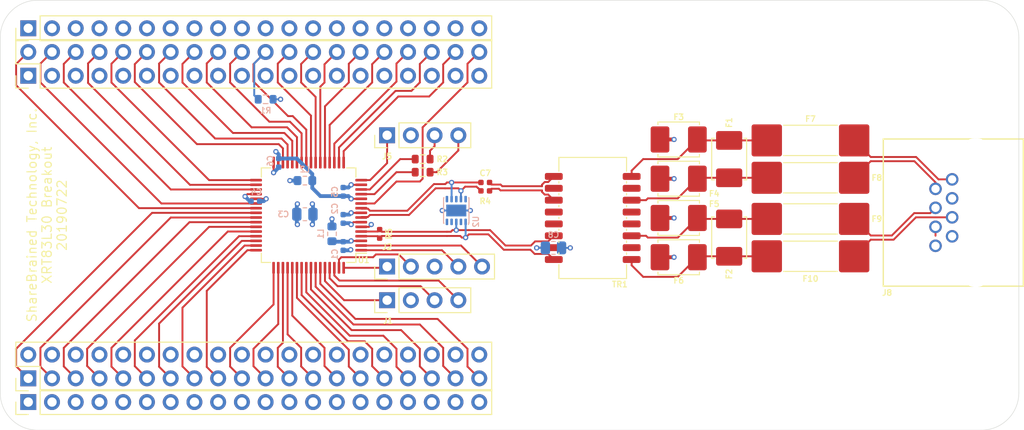
<source format=kicad_pcb>
(kicad_pcb (version 20171130) (host pcbnew 5.1.2-f72e74a~84~ubuntu18.04.1)
  (layers (0 F.Cu signal) (1 In1.Cu signal) (2 In2.Cu signal) (31 B.Cu signal) (34 B.Paste user) (35 F.Paste user) (36 B.SilkS user) (37 F.SilkS user) (38 B.Mask user) (39 F.Mask user) (44 Edge.Cuts user))
  (net 0 "")
  (net 1 GND)
  (net 2 /RCLK)
  (net 3 /RLOS)
  (net 4 /TNEG_CODES)
  (net 5 /TPOS_TDATA)
  (net 6 /TCLK)
  (net 7 /~ICT)
  (net 8 /TXON)
  (net 9 /TCLKE)
  (net 10 /TXTEST0)
  (net 11 /TXTEST1)
  (net 12 /TXTEST2)
  (net 13 /RCLKE)
  (net 14 /RXRES0)
  (net 15 /RXRES1)
  (net 16 /RXMUTE)
  (net 17 /GAUGE)
  (net 18 /JASEL0)
  (net 19 /JASEL1)
  (net 20 /JABW)
  (net 21 /TXTSEL)
  (net 22 /RXTSEL)
  (net 23 /TERSEL1)
  (net 24 /TERSEL0)
  (net 25 /~RESET)
  (net 26 /QRPD)
  (net 27 /AISD)
  (net 28 /NLCD)
  (net 29 VDD)
  (net 30 /INSBPV)
  (net 31 /NLCDE0)
  (net 32 /NLCDE1)
  (net 33 /AVDD)
  (net 34 /LOOP0)
  (net 35 /LOOP1)
  (net 36 /SD_~DR)
  (net 37 /ATAOS)
  (net 38 /TRATIO)
  (net 39 /EQC0_~INT)
  (net 40 /EQC1_~CS)
  (net 41 /EQC2_SCLK)
  (net 42 /EQC3_SDO)
  (net 43 /EQC4_SDI)
  (net 44 /HW_~HOST)
  (net 45 /CLKSEL0)
  (net 46 /CLKSEL1)
  (net 47 /CLKSEL2)
  (net 48 /MCLKOUT)
  (net 49 "Net-(R2-Pad2)")
  (net 50 "Net-(R3-Pad2)")
  (net 51 /DMO)
  (net 52 /RAVDD)
  (net 53 /RPOS_RDATA)
  (net 54 /RNEG_LCV)
  (net 55 /MCLKE1)
  (net 56 /MCLKT1)
  (net 57 "Net-(J7-Pad1)")
  (net 58 "Net-(J4-Pad2)")
  (net 59 "Net-(J6-Pad39)")
  (net 60 "Net-(J6-Pad3)")
  (net 61 "Net-(J6-Pad1)")
  (net 62 "Net-(J7-Pad2)")
  (net 63 "Net-(J8-Pad8)")
  (net 64 "Net-(J8-Pad7)")
  (net 65 "Net-(C8-Pad1)")
  (net 66 "Net-(U2-Pad5)")
  (net 67 "Net-(J3-Pad1)")
  (net 68 "Net-(TR1-Pad10)")
  (net 69 "Net-(TR1-Pad7)")
  (net 70 /TX_P)
  (net 71 /TX_N)
  (net 72 /RX_P)
  (net 73 /RX_N)
  (net 74 "Net-(J7-Pad20)")
  (net 75 "Net-(TR1-Pad2)")
  (net 76 /LIU_TX_N)
  (net 77 /LIU_TX_1_N)
  (net 78 /TX_1_P)
  (net 79 /TX_1_N)
  (net 80 /RX_1_P)
  (net 81 /RX_1_N)
  (net 82 /LIU_TX_P)
  (net 83 /LIU_TX_1_P)
  (net 84 /LIU_RX_N)
  (net 85 /LIU_RX_P)
  (net 86 "Net-(J8-Pad6)")
  (net 87 "Net-(J8-Pad3)")
  (module ipc_indc:IPC_INDC160X80X100L30N (layer B.Cu) (at 129.6 96.3 180)
    (fp_text reference L2 (at 0 1.2) (layer B.SilkS) (effects (font (size 0.61 0.61) (thickness 0.12)) (justify mirror)))
    (fp_text value L)
    (pad 2 smd roundrect (at 0.79 0 180) (size 0.84 0.97) (layers B.Cu B.Paste B.Mask) (net 29 VDD))
    (pad 1 smd roundrect (at -0.79 0 180) (size 0.84 0.97) (layers B.Cu B.Paste B.Mask) (net 33 /AVDD))
  )
  (module ipc_indc:IPC_INDC160X80X100L30N (layer B.Cu) (at 132.5 102 90)
    (fp_text reference L1 (at 0 -1.2 90) (layer B.SilkS) (effects (font (size 0.61 0.61) (thickness 0.12)) (justify mirror)))
    (fp_text value L)
    (pad 2 smd roundrect (at 0.79 0 90) (size 0.84 0.97) (layers B.Cu B.Paste B.Mask) (net 29 VDD))
    (pad 1 smd roundrect (at -0.79 0 90) (size 0.84 0.97) (layers B.Cu B.Paste B.Mask) (net 52 /RAVDD))
  )
  (module ipc_capc:IPC_CAPC200X125X135L45N (layer B.Cu) (at 129.6 99.9 180)
    (fp_text reference C3 (at 2.3 0 180) (layer B.SilkS) (effects (font (size 0.61 0.61) (thickness 0.12)) (justify mirror)))
    (fp_text value 10U)
    (pad 2 smd roundrect (at 0.865 0 180) (size 1 1.38) (layers B.Cu B.Paste B.Mask) (net 1 GND))
    (pad 1 smd roundrect (at -0.865 0 180) (size 1 1.38) (layers B.Cu B.Paste B.Mask) (net 29 VDD))
  )
  (module ipc_son:IPC_SON11P50_260X260X65L35X25T215X126N (layer B.Cu) (at 145.8 99.5 90)
    (fp_text reference U2 (at -1.2 2.1 270) (layer B.SilkS) (effects (font (size 0.61 0.61) (thickness 0.12)) (justify mirror)))
    (fp_text value RClamp3304NA)
    (pad 11 smd rect (at 0 0 90) (size 1.26 2.15) (layers B.Cu B.Paste B.Mask) (net 1 GND))
    (pad 10 smd roundrect (at 1.22 1) (size 0.27 0.69) (layers B.Cu B.Paste B.Mask))
    (pad 9 smd roundrect (at 1.22 0.5) (size 0.27 0.69) (layers B.Cu B.Paste B.Mask) (net 82 /LIU_TX_P))
    (pad 8 smd roundrect (at 1.22 0) (size 0.27 0.69) (layers B.Cu B.Paste B.Mask))
    (pad 7 smd roundrect (at 1.22 -0.5) (size 0.27 0.69) (layers B.Cu B.Paste B.Mask) (net 76 /LIU_TX_N))
    (pad 6 smd roundrect (at 1.22 -1) (size 0.27 0.69) (layers B.Cu B.Paste B.Mask))
    (pad 5 smd roundrect (at -1.22 -1 180) (size 0.27 0.69) (layers B.Cu B.Paste B.Mask) (net 66 "Net-(U2-Pad5)"))
    (pad 4 smd roundrect (at -1.22 -0.5 180) (size 0.27 0.69) (layers B.Cu B.Paste B.Mask))
    (pad 3 smd roundrect (at -1.22 0 180) (size 0.27 0.69) (layers B.Cu B.Paste B.Mask) (net 84 /LIU_RX_N))
    (pad 2 smd roundrect (at -1.22 0.5 180) (size 0.27 0.69) (layers B.Cu B.Paste B.Mask))
    (pad 1 smd roundrect (at -1.22 1 180) (size 0.27 0.69) (layers B.Cu B.Paste B.Mask) (net 85 /LIU_RX_P))
  )
  (module ipc_resc:IPC_RESC100X50X40L25N (layer F.Cu) (at 137.6 102 90)
    (fp_text reference R5 (at 0 1 90) (layer F.SilkS) (effects (font (size 0.61 0.61) (thickness 0.12))))
    (fp_text value DNP)
    (pad 2 smd roundrect (at 0.46 0 90) (size 0.58 0.58) (layers F.Cu F.Paste F.Mask) (net 84 /LIU_RX_N))
    (pad 1 smd roundrect (at -0.46 0 90) (size 0.58 0.58) (layers F.Cu F.Paste F.Mask) (net 85 /LIU_RX_P))
  )
  (module ipc_resc:IPC_RESC100X50X40L25N (layer F.Cu) (at 148.9 97.4 180)
    (fp_text reference R4 (at 0 -1.1) (layer F.SilkS) (effects (font (size 0.61 0.61) (thickness 0.12))))
    (fp_text value 0R)
    (pad 2 smd roundrect (at 0.46 0 180) (size 0.58 0.58) (layers F.Cu F.Paste F.Mask) (net 82 /LIU_TX_P))
    (pad 1 smd roundrect (at -0.46 0 180) (size 0.58 0.58) (layers F.Cu F.Paste F.Mask) (net 83 /LIU_TX_1_P))
  )
  (module ipc_capc:IPC_CAPC100X50X55L25N (layer F.Cu) (at 148.9 96.5 180)
    (fp_text reference C7 (at 0 1) (layer F.SilkS) (effects (font (size 0.61 0.61) (thickness 0.12))))
    (fp_text value 680N)
    (pad 2 smd roundrect (at 0.46 0 180) (size 0.58 0.58) (layers F.Cu F.Paste F.Mask) (net 76 /LIU_TX_N))
    (pad 1 smd roundrect (at -0.46 0 180) (size 0.58 0.58) (layers F.Cu F.Paste F.Mask) (net 77 /LIU_TX_1_N))
  )
  (module pulse:BH (layer F.Cu) (at 160.4 100.3 90)
    (fp_text reference TR1 (at -7.1 2.9 180) (layer F.SilkS) (effects (font (size 0.61 0.61) (thickness 0.12))))
    (fp_text value BH_1)
    (pad 16 smd roundrect (at -4.445 -4.165 90) (size 0.74 1.91) (layers F.Cu F.Paste F.Mask) (net 85 /LIU_RX_P))
    (pad 15 smd roundrect (at -3.175 -4.165 90) (size 0.74 1.91) (layers F.Cu F.Paste F.Mask) (net 65 "Net-(C8-Pad1)"))
    (pad 14 smd roundrect (at -1.905 -4.165 90) (size 0.74 1.91) (layers F.Cu F.Paste F.Mask) (net 84 /LIU_RX_N))
    (pad 13 smd roundrect (at -0.635 -4.165 90) (size 0.74 1.91) (layers F.Cu F.Paste F.Mask))
    (pad 12 smd roundrect (at 0.635 -4.165 90) (size 0.74 1.91) (layers F.Cu F.Paste F.Mask))
    (pad 11 smd roundrect (at 1.905 -4.165 90) (size 0.74 1.91) (layers F.Cu F.Paste F.Mask) (net 83 /LIU_TX_1_P))
    (pad 10 smd roundrect (at 3.175 -4.165 90) (size 0.74 1.91) (layers F.Cu F.Paste F.Mask) (net 68 "Net-(TR1-Pad10)"))
    (pad 9 smd roundrect (at 4.445 -4.165 90) (size 0.74 1.91) (layers F.Cu F.Paste F.Mask) (net 77 /LIU_TX_1_N))
    (pad 8 smd roundrect (at 4.445 4.165 90) (size 0.74 1.91) (layers F.Cu F.Paste F.Mask) (net 79 /TX_1_N))
    (pad 7 smd roundrect (at 3.175 4.165 90) (size 0.74 1.91) (layers F.Cu F.Paste F.Mask) (net 69 "Net-(TR1-Pad7)"))
    (pad 6 smd roundrect (at 1.905 4.165 90) (size 0.74 1.91) (layers F.Cu F.Paste F.Mask) (net 78 /TX_1_P))
    (pad 5 smd roundrect (at 0.635 4.165 90) (size 0.74 1.91) (layers F.Cu F.Paste F.Mask))
    (pad 4 smd roundrect (at -0.635 4.165 90) (size 0.74 1.91) (layers F.Cu F.Paste F.Mask))
    (pad 3 smd roundrect (at -1.905 4.165 90) (size 0.74 1.91) (layers F.Cu F.Paste F.Mask) (net 81 /RX_1_N))
    (pad 2 smd roundrect (at -3.175 4.165 90) (size 0.74 1.91) (layers F.Cu F.Paste F.Mask) (net 75 "Net-(TR1-Pad2)"))
    (pad 1 smd roundrect (at -4.445 4.165 90) (size 0.74 1.91) (layers F.Cu F.Paste F.Mask) (net 80 /RX_1_P))
  )
  (module littelfuse:DO-214AA (layer F.Cu) (at 175 94 270)
    (fp_text reference F1 (at -3.9 0 90) (layer F.SilkS) (effects (font (size 0.61 0.61) (thickness 0.12))))
    (fp_text value Polyfuse)
    (pad 2 smd roundrect (at 2 0 270) (size 2 2.8) (layers F.Cu F.Paste F.Mask) (roundrect_rratio 0.125) (net 78 /TX_1_P))
    (pad 1 smd roundrect (at -2 0 270) (size 2 2.8) (layers F.Cu F.Paste F.Mask) (roundrect_rratio 0.125) (net 79 /TX_1_N))
  )
  (module ipc_capc:IPC_CAPC200X125X135L45N (layer B.Cu) (at 156.2 103.5)
    (fp_text reference C8 (at 0 -1.4) (layer B.SilkS) (effects (font (size 0.61 0.61) (thickness 0.12)) (justify mirror)))
    (fp_text value ?)
    (pad 2 smd roundrect (at 0.865 0) (size 1 1.38) (layers B.Cu B.Paste B.Mask) (net 1 GND))
    (pad 1 smd roundrect (at -0.865 0) (size 1 1.38) (layers B.Cu B.Paste B.Mask) (net 65 "Net-(C8-Pad1)"))
  )
  (module littelfuse:DO-214AA (layer F.Cu) (at 169.6 104.5)
    (fp_text reference F6 (at 0 2.5) (layer F.SilkS) (effects (font (size 0.61 0.61) (thickness 0.12))))
    (fp_text value Polyfuse)
    (pad 2 smd roundrect (at 2 0) (size 2 2.8) (layers F.Cu F.Paste F.Mask) (roundrect_rratio 0.125) (net 80 /RX_1_P))
    (pad 1 smd roundrect (at -2 0) (size 2 2.8) (layers F.Cu F.Paste F.Mask) (roundrect_rratio 0.125) (net 1 GND))
  )
  (module littelfuse:DO-214AA (layer F.Cu) (at 169.6 100.3 180)
    (fp_text reference F5 (at -3.8 1.5) (layer F.SilkS) (effects (font (size 0.61 0.61) (thickness 0.12))))
    (fp_text value Polyfuse)
    (pad 2 smd roundrect (at 2 0 180) (size 2 2.8) (layers F.Cu F.Paste F.Mask) (roundrect_rratio 0.125) (net 1 GND))
    (pad 1 smd roundrect (at -2 0 180) (size 2 2.8) (layers F.Cu F.Paste F.Mask) (roundrect_rratio 0.125) (net 81 /RX_1_N))
  )
  (module littelfuse:DO-214AA (layer F.Cu) (at 169.6 96.1)
    (fp_text reference F4 (at 3.8 1.6) (layer F.SilkS) (effects (font (size 0.61 0.61) (thickness 0.12))))
    (fp_text value Polyfuse)
    (pad 2 smd roundrect (at 2 0) (size 2 2.8) (layers F.Cu F.Paste F.Mask) (roundrect_rratio 0.125) (net 78 /TX_1_P))
    (pad 1 smd roundrect (at -2 0) (size 2 2.8) (layers F.Cu F.Paste F.Mask) (roundrect_rratio 0.125) (net 1 GND))
  )
  (module littelfuse:DO-214AA (layer F.Cu) (at 169.6 91.9 180)
    (fp_text reference F3 (at 0 2.4) (layer F.SilkS) (effects (font (size 0.61 0.61) (thickness 0.12))))
    (fp_text value Polyfuse)
    (pad 2 smd roundrect (at 2 0 180) (size 2 2.8) (layers F.Cu F.Paste F.Mask) (roundrect_rratio 0.125) (net 1 GND))
    (pad 1 smd roundrect (at -2 0 180) (size 2 2.8) (layers F.Cu F.Paste F.Mask) (roundrect_rratio 0.125) (net 79 /TX_1_N))
  )
  (module littelfuse:DO-214AA (layer F.Cu) (at 175 102.4 270)
    (fp_text reference F2 (at 3.9 0 90) (layer F.SilkS) (effects (font (size 0.61 0.61) (thickness 0.12))))
    (fp_text value Polyfuse)
    (pad 2 smd roundrect (at 2 0 270) (size 2 2.8) (layers F.Cu F.Paste F.Mask) (roundrect_rratio 0.125) (net 80 /RX_1_P))
    (pad 1 smd roundrect (at -2 0 270) (size 2 2.8) (layers F.Cu F.Paste F.Mask) (roundrect_rratio 0.125) (net 81 /RX_1_N))
  )
  (module littelfuse:461 (layer F.Cu) (at 183.7 104.4 180)
    (fp_text reference F10 (at 0 -2.4) (layer F.SilkS) (effects (font (size 0.61 0.61) (thickness 0.12))))
    (fp_text value Fuse)
    (pad 2 smd roundrect (at 4.675 0 180) (size 3.25 3.43) (layers F.Cu F.Paste F.Mask) (roundrect_rratio 0.0769) (net 80 /RX_1_P))
    (pad 1 smd roundrect (at -4.675 0 180) (size 3.25 3.43) (layers F.Cu F.Paste F.Mask) (roundrect_rratio 0.0769) (net 72 /RX_P))
  )
  (module littelfuse:461 (layer F.Cu) (at 183.7 100.4 180)
    (fp_text reference F9 (at -7.1 0) (layer F.SilkS) (effects (font (size 0.61 0.61) (thickness 0.12))))
    (fp_text value Fuse)
    (pad 2 smd roundrect (at 4.675 0 180) (size 3.25 3.43) (layers F.Cu F.Paste F.Mask) (roundrect_rratio 0.0769) (net 81 /RX_1_N))
    (pad 1 smd roundrect (at -4.675 0 180) (size 3.25 3.43) (layers F.Cu F.Paste F.Mask) (roundrect_rratio 0.0769) (net 73 /RX_N))
  )
  (module littelfuse:461 (layer F.Cu) (at 183.7 96 180)
    (fp_text reference F8 (at -7.1 0) (layer F.SilkS) (effects (font (size 0.61 0.61) (thickness 0.12))))
    (fp_text value Fuse)
    (pad 2 smd roundrect (at 4.675 0 180) (size 3.25 3.43) (layers F.Cu F.Paste F.Mask) (roundrect_rratio 0.0769) (net 78 /TX_1_P))
    (pad 1 smd roundrect (at -4.675 0 180) (size 3.25 3.43) (layers F.Cu F.Paste F.Mask) (roundrect_rratio 0.0769) (net 70 /TX_P))
  )
  (module littelfuse:461 (layer F.Cu) (at 183.7 92 180)
    (fp_text reference F7 (at 0 2.3) (layer F.SilkS) (effects (font (size 0.61 0.61) (thickness 0.12))))
    (fp_text value Fuse)
    (pad 2 smd roundrect (at 4.675 0 180) (size 3.25 3.43) (layers F.Cu F.Paste F.Mask) (roundrect_rratio 0.0769) (net 79 /TX_1_N))
    (pad 1 smd roundrect (at -4.675 0 180) (size 3.25 3.43) (layers F.Cu F.Paste F.Mask) (roundrect_rratio 0.0769) (net 71 /TX_N))
  )
  (module ipc_capc:IPC_CAPC100X50X55L25N (layer B.Cu) (at 126.8 94.4 90)
    (fp_text reference C6 (at 0.2 -0.9 90) (layer B.SilkS) (effects (font (size 0.61 0.61) (thickness 0.12)) (justify mirror)))
    (fp_text value 100N)
    (pad 2 smd roundrect (at 0.46 0 90) (size 0.58 0.58) (layers B.Cu B.Paste B.Mask) (net 33 /AVDD))
    (pad 1 smd roundrect (at -0.46 0 90) (size 0.58 0.58) (layers B.Cu B.Paste B.Mask) (net 1 GND))
  )
  (module ipc_capc:IPC_CAPC100X50X55L25N (layer B.Cu) (at 133.7 97.5 270)
    (fp_text reference C5 (at 0 0.9 90) (layer B.SilkS) (effects (font (size 0.61 0.61) (thickness 0.12)) (justify mirror)))
    (fp_text value 100N)
    (pad 2 smd roundrect (at 0.46 0 270) (size 0.58 0.58) (layers B.Cu B.Paste B.Mask) (net 33 /AVDD))
    (pad 1 smd roundrect (at -0.46 0 270) (size 0.58 0.58) (layers B.Cu B.Paste B.Mask) (net 1 GND))
  )
  (module ipc_capc:IPC_CAPC100X50X55L25N (layer B.Cu) (at 124.3 98.5 180)
    (fp_text reference C4 (at -0.1 1) (layer B.SilkS) (effects (font (size 0.61 0.61) (thickness 0.12)) (justify mirror)))
    (fp_text value 100N)
    (pad 2 smd roundrect (at 0.46 0 180) (size 0.58 0.58) (layers B.Cu B.Paste B.Mask) (net 29 VDD))
    (pad 1 smd roundrect (at -0.46 0 180) (size 0.58 0.58) (layers B.Cu B.Paste B.Mask) (net 1 GND))
  )
  (module ipc_capc:IPC_CAPC100X50X55L25N (layer B.Cu) (at 133.7 100.4 90)
    (fp_text reference C2 (at 1.1 -0.9 90) (layer B.SilkS) (effects (font (size 0.61 0.61) (thickness 0.12)) (justify mirror)))
    (fp_text value 100N)
    (pad 2 smd roundrect (at 0.46 0 90) (size 0.58 0.58) (layers B.Cu B.Paste B.Mask) (net 29 VDD))
    (pad 1 smd roundrect (at -0.46 0 90) (size 0.58 0.58) (layers B.Cu B.Paste B.Mask) (net 1 GND))
  )
  (module ipc_capc:IPC_CAPC100X50X55L25N (layer B.Cu) (at 133.7 103.3 90)
    (fp_text reference C1 (at -0.9 -0.9 90) (layer B.SilkS) (effects (font (size 0.61 0.61) (thickness 0.12)) (justify mirror)))
    (fp_text value 100N)
    (pad 2 smd roundrect (at 0.46 0 90) (size 0.58 0.58) (layers B.Cu B.Paste B.Mask) (net 52 /RAVDD))
    (pad 1 smd roundrect (at -0.46 0 90) (size 0.58 0.58) (layers B.Cu B.Paste B.Mask) (net 1 GND))
  )
  (module ipc_qfp:IPC_QFP64P50_1200X1200X160L60X20N (layer F.Cu) (at 130 100 180)
    (fp_text reference U1 (at -5.9 -4.8) (layer F.SilkS) (effects (font (size 0.61 0.61) (thickness 0.12))))
    (fp_text value XRT83L30)
    (pad 64 smd roundrect (at -3.75 -5.63) (size 0.28 1.26) (layers F.Cu F.Paste F.Mask) (net 2 /RCLK))
    (pad 63 smd roundrect (at -3.25 -5.63) (size 0.28 1.26) (layers F.Cu F.Paste F.Mask) (net 3 /RLOS))
    (pad 62 smd roundrect (at -2.75 -5.63) (size 0.28 1.26) (layers F.Cu F.Paste F.Mask) (net 4 /TNEG_CODES))
    (pad 61 smd roundrect (at -2.25 -5.63) (size 0.28 1.26) (layers F.Cu F.Paste F.Mask) (net 5 /TPOS_TDATA))
    (pad 60 smd roundrect (at -1.75 -5.63) (size 0.28 1.26) (layers F.Cu F.Paste F.Mask) (net 6 /TCLK))
    (pad 59 smd roundrect (at -1.25 -5.63) (size 0.28 1.26) (layers F.Cu F.Paste F.Mask) (net 7 /~ICT))
    (pad 58 smd roundrect (at -0.75 -5.63) (size 0.28 1.26) (layers F.Cu F.Paste F.Mask) (net 8 /TXON))
    (pad 57 smd roundrect (at -0.25 -5.63) (size 0.28 1.26) (layers F.Cu F.Paste F.Mask) (net 9 /TCLKE))
    (pad 56 smd roundrect (at 0.25 -5.63) (size 0.28 1.26) (layers F.Cu F.Paste F.Mask) (net 10 /TXTEST0))
    (pad 55 smd roundrect (at 0.75 -5.63) (size 0.28 1.26) (layers F.Cu F.Paste F.Mask) (net 11 /TXTEST1))
    (pad 54 smd roundrect (at 1.25 -5.63) (size 0.28 1.26) (layers F.Cu F.Paste F.Mask) (net 12 /TXTEST2))
    (pad 53 smd roundrect (at 1.75 -5.63) (size 0.28 1.26) (layers F.Cu F.Paste F.Mask) (net 13 /RCLKE))
    (pad 52 smd roundrect (at 2.25 -5.63) (size 0.28 1.26) (layers F.Cu F.Paste F.Mask) (net 14 /RXRES0))
    (pad 51 smd roundrect (at 2.75 -5.63) (size 0.28 1.26) (layers F.Cu F.Paste F.Mask) (net 15 /RXRES1))
    (pad 50 smd roundrect (at 3.25 -5.63) (size 0.28 1.26) (layers F.Cu F.Paste F.Mask) (net 16 /RXMUTE))
    (pad 49 smd roundrect (at 3.75 -5.63) (size 0.28 1.26) (layers F.Cu F.Paste F.Mask) (net 17 /GAUGE))
    (pad 48 smd roundrect (at 5.63 -3.75 270) (size 0.28 1.26) (layers F.Cu F.Paste F.Mask) (net 18 /JASEL0))
    (pad 47 smd roundrect (at 5.63 -3.25 270) (size 0.28 1.26) (layers F.Cu F.Paste F.Mask) (net 19 /JASEL1))
    (pad 46 smd roundrect (at 5.63 -2.75 270) (size 0.28 1.26) (layers F.Cu F.Paste F.Mask) (net 20 /JABW))
    (pad 45 smd roundrect (at 5.63 -2.25 270) (size 0.28 1.26) (layers F.Cu F.Paste F.Mask) (net 21 /TXTSEL))
    (pad 44 smd roundrect (at 5.63 -1.75 270) (size 0.28 1.26) (layers F.Cu F.Paste F.Mask) (net 22 /RXTSEL))
    (pad 43 smd roundrect (at 5.63 -1.25 270) (size 0.28 1.26) (layers F.Cu F.Paste F.Mask) (net 23 /TERSEL1))
    (pad 42 smd roundrect (at 5.63 -0.75 270) (size 0.28 1.26) (layers F.Cu F.Paste F.Mask) (net 24 /TERSEL0))
    (pad 41 smd roundrect (at 5.63 -0.25 270) (size 0.28 1.26) (layers F.Cu F.Paste F.Mask) (net 25 /~RESET))
    (pad 40 smd roundrect (at 5.63 0.25 270) (size 0.28 1.26) (layers F.Cu F.Paste F.Mask) (net 26 /QRPD))
    (pad 39 smd roundrect (at 5.63 0.75 270) (size 0.28 1.26) (layers F.Cu F.Paste F.Mask) (net 27 /AISD))
    (pad 38 smd roundrect (at 5.63 1.25 270) (size 0.28 1.26) (layers F.Cu F.Paste F.Mask) (net 28 /NLCD))
    (pad 37 smd roundrect (at 5.63 1.75 270) (size 0.28 1.26) (layers F.Cu F.Paste F.Mask) (net 1 GND))
    (pad 36 smd roundrect (at 5.63 2.25 270) (size 0.28 1.26) (layers F.Cu F.Paste F.Mask) (net 29 VDD))
    (pad 35 smd roundrect (at 5.63 2.75 270) (size 0.28 1.26) (layers F.Cu F.Paste F.Mask) (net 30 /INSBPV))
    (pad 34 smd roundrect (at 5.63 3.25 270) (size 0.28 1.26) (layers F.Cu F.Paste F.Mask) (net 31 /NLCDE0))
    (pad 33 smd roundrect (at 5.63 3.75 270) (size 0.28 1.26) (layers F.Cu F.Paste F.Mask) (net 32 /NLCDE1))
    (pad 32 smd roundrect (at 3.75 5.63 180) (size 0.28 1.26) (layers F.Cu F.Paste F.Mask) (net 1 GND))
    (pad 31 smd roundrect (at 3.25 5.63 180) (size 0.28 1.26) (layers F.Cu F.Paste F.Mask) (net 33 /AVDD))
    (pad 30 smd roundrect (at 2.75 5.63 180) (size 0.28 1.26) (layers F.Cu F.Paste F.Mask) (net 34 /LOOP0))
    (pad 29 smd roundrect (at 2.25 5.63 180) (size 0.28 1.26) (layers F.Cu F.Paste F.Mask) (net 35 /LOOP1))
    (pad 28 smd roundrect (at 1.75 5.63 180) (size 0.28 1.26) (layers F.Cu F.Paste F.Mask) (net 36 /SD_~DR))
    (pad 27 smd roundrect (at 1.25 5.63 180) (size 0.28 1.26) (layers F.Cu F.Paste F.Mask) (net 37 /ATAOS))
    (pad 26 smd roundrect (at 0.75 5.63 180) (size 0.28 1.26) (layers F.Cu F.Paste F.Mask) (net 38 /TRATIO))
    (pad 25 smd roundrect (at 0.25 5.63 180) (size 0.28 1.26) (layers F.Cu F.Paste F.Mask) (net 39 /EQC0_~INT))
    (pad 24 smd roundrect (at -0.25 5.63 180) (size 0.28 1.26) (layers F.Cu F.Paste F.Mask) (net 40 /EQC1_~CS))
    (pad 23 smd roundrect (at -0.75 5.63 180) (size 0.28 1.26) (layers F.Cu F.Paste F.Mask) (net 41 /EQC2_SCLK))
    (pad 22 smd roundrect (at -1.25 5.63 180) (size 0.28 1.26) (layers F.Cu F.Paste F.Mask) (net 42 /EQC3_SDO))
    (pad 21 smd roundrect (at -1.75 5.63 180) (size 0.28 1.26) (layers F.Cu F.Paste F.Mask) (net 43 /EQC4_SDI))
    (pad 20 smd roundrect (at -2.25 5.63 180) (size 0.28 1.26) (layers F.Cu F.Paste F.Mask) (net 44 /HW_~HOST))
    (pad 19 smd roundrect (at -2.75 5.63 180) (size 0.28 1.26) (layers F.Cu F.Paste F.Mask) (net 45 /CLKSEL0))
    (pad 18 smd roundrect (at -3.25 5.63 180) (size 0.28 1.26) (layers F.Cu F.Paste F.Mask) (net 46 /CLKSEL1))
    (pad 17 smd roundrect (at -3.75 5.63 180) (size 0.28 1.26) (layers F.Cu F.Paste F.Mask) (net 47 /CLKSEL2))
    (pad 16 smd roundrect (at -5.63 3.75 90) (size 0.28 1.26) (layers F.Cu F.Paste F.Mask) (net 48 /MCLKOUT))
    (pad 15 smd roundrect (at -5.63 3.25 90) (size 0.28 1.26) (layers F.Cu F.Paste F.Mask) (net 1 GND))
    (pad 14 smd roundrect (at -5.63 2.75 90) (size 0.28 1.26) (layers F.Cu F.Paste F.Mask) (net 49 "Net-(R2-Pad2)"))
    (pad 13 smd roundrect (at -5.63 2.25 90) (size 0.28 1.26) (layers F.Cu F.Paste F.Mask) (net 50 "Net-(R3-Pad2)"))
    (pad 12 smd roundrect (at -5.63 1.75 90) (size 0.28 1.26) (layers F.Cu F.Paste F.Mask) (net 33 /AVDD))
    (pad 11 smd roundrect (at -5.63 1.25 90) (size 0.28 1.26) (layers F.Cu F.Paste F.Mask) (net 51 /DMO))
    (pad 10 smd roundrect (at -5.63 0.75 90) (size 0.28 1.26) (layers F.Cu F.Paste F.Mask) (net 76 /LIU_TX_N))
    (pad 9 smd roundrect (at -5.63 0.25 90) (size 0.28 1.26) (layers F.Cu F.Paste F.Mask) (net 29 VDD))
    (pad 8 smd roundrect (at -5.63 -0.25 90) (size 0.28 1.26) (layers F.Cu F.Paste F.Mask) (net 82 /LIU_TX_P))
    (pad 7 smd roundrect (at -5.63 -0.75 90) (size 0.28 1.26) (layers F.Cu F.Paste F.Mask) (net 1 GND))
    (pad 6 smd roundrect (at -5.63 -1.25 90) (size 0.28 1.26) (layers F.Cu F.Paste F.Mask) (net 1 GND))
    (pad 5 smd roundrect (at -5.63 -1.75 90) (size 0.28 1.26) (layers F.Cu F.Paste F.Mask) (net 84 /LIU_RX_N))
    (pad 4 smd roundrect (at -5.63 -2.25 90) (size 0.28 1.26) (layers F.Cu F.Paste F.Mask) (net 85 /LIU_RX_P))
    (pad 3 smd roundrect (at -5.63 -2.75 90) (size 0.28 1.26) (layers F.Cu F.Paste F.Mask) (net 52 /RAVDD))
    (pad 2 smd roundrect (at -5.63 -3.25 90) (size 0.28 1.26) (layers F.Cu F.Paste F.Mask) (net 53 /RPOS_RDATA))
    (pad 1 smd roundrect (at -5.63 -3.75 90) (size 0.28 1.26) (layers F.Cu F.Paste F.Mask) (net 54 /RNEG_LCV))
  )
  (module Connector_PinHeader_2.54mm:PinHeader_1x20_P2.54mm_Vertical (layer F.Cu) (at 100 80 90)
    (fp_text reference J7 hide)
    (fp_text value Conn_01x20 hide)
    (pad 20 thru_hole oval (at 0 48.26 90) (size 1.7 1.7) (drill 1) (layers *.Cu *.Mask) (net 74 "Net-(J7-Pad20)"))
    (pad 19 thru_hole oval (at 0 45.72 90) (size 1.7 1.7) (drill 1) (layers *.Cu *.Mask) (net 29 VDD))
    (pad 18 thru_hole oval (at 0 43.18 90) (size 1.7 1.7) (drill 1) (layers *.Cu *.Mask) (net 29 VDD))
    (pad 17 thru_hole oval (at 0 40.64 90) (size 1.7 1.7) (drill 1) (layers *.Cu *.Mask) (net 29 VDD))
    (pad 16 thru_hole oval (at 0 38.1 90) (size 1.7 1.7) (drill 1) (layers *.Cu *.Mask) (net 29 VDD))
    (pad 15 thru_hole oval (at 0 35.56 90) (size 1.7 1.7) (drill 1) (layers *.Cu *.Mask) (net 29 VDD))
    (pad 14 thru_hole oval (at 0 33.02 90) (size 1.7 1.7) (drill 1) (layers *.Cu *.Mask) (net 29 VDD))
    (pad 13 thru_hole oval (at 0 30.48 90) (size 1.7 1.7) (drill 1) (layers *.Cu *.Mask) (net 29 VDD))
    (pad 12 thru_hole oval (at 0 27.94 90) (size 1.7 1.7) (drill 1) (layers *.Cu *.Mask) (net 29 VDD))
    (pad 11 thru_hole oval (at 0 25.4 90) (size 1.7 1.7) (drill 1) (layers *.Cu *.Mask) (net 29 VDD))
    (pad 10 thru_hole oval (at 0 22.86 90) (size 1.7 1.7) (drill 1) (layers *.Cu *.Mask) (net 29 VDD))
    (pad 9 thru_hole oval (at 0 20.32 90) (size 1.7 1.7) (drill 1) (layers *.Cu *.Mask) (net 29 VDD))
    (pad 8 thru_hole oval (at 0 17.78 90) (size 1.7 1.7) (drill 1) (layers *.Cu *.Mask) (net 29 VDD))
    (pad 7 thru_hole oval (at 0 15.24 90) (size 1.7 1.7) (drill 1) (layers *.Cu *.Mask) (net 29 VDD))
    (pad 6 thru_hole oval (at 0 12.7 90) (size 1.7 1.7) (drill 1) (layers *.Cu *.Mask) (net 29 VDD))
    (pad 5 thru_hole oval (at 0 10.16 90) (size 1.7 1.7) (drill 1) (layers *.Cu *.Mask) (net 29 VDD))
    (pad 4 thru_hole oval (at 0 7.62 90) (size 1.7 1.7) (drill 1) (layers *.Cu *.Mask) (net 29 VDD))
    (pad 3 thru_hole oval (at 0 5.08 90) (size 1.7 1.7) (drill 1) (layers *.Cu *.Mask) (net 29 VDD))
    (pad 2 thru_hole oval (at 0 2.54 90) (size 1.7 1.7) (drill 1) (layers *.Cu *.Mask) (net 62 "Net-(J7-Pad2)"))
    (pad 1 thru_hole rect (at 0 0 90) (size 1.7 1.7) (drill 1) (layers *.Cu *.Mask) (net 57 "Net-(J7-Pad1)"))
  )
  (module Connector_PinHeader_2.54mm:PinHeader_1x20_P2.54mm_Vertical (layer F.Cu) (at 100 120 90)
    (fp_text reference J3 hide)
    (fp_text value Conn_01x20 hide)
    (pad 20 thru_hole oval (at 0 48.26 90) (size 1.7 1.7) (drill 1) (layers *.Cu *.Mask) (net 1 GND))
    (pad 19 thru_hole oval (at 0 45.72 90) (size 1.7 1.7) (drill 1) (layers *.Cu *.Mask) (net 1 GND))
    (pad 18 thru_hole oval (at 0 43.18 90) (size 1.7 1.7) (drill 1) (layers *.Cu *.Mask) (net 1 GND))
    (pad 17 thru_hole oval (at 0 40.64 90) (size 1.7 1.7) (drill 1) (layers *.Cu *.Mask) (net 1 GND))
    (pad 16 thru_hole oval (at 0 38.1 90) (size 1.7 1.7) (drill 1) (layers *.Cu *.Mask) (net 1 GND))
    (pad 15 thru_hole oval (at 0 35.56 90) (size 1.7 1.7) (drill 1) (layers *.Cu *.Mask) (net 1 GND))
    (pad 14 thru_hole oval (at 0 33.02 90) (size 1.7 1.7) (drill 1) (layers *.Cu *.Mask) (net 1 GND))
    (pad 13 thru_hole oval (at 0 30.48 90) (size 1.7 1.7) (drill 1) (layers *.Cu *.Mask) (net 1 GND))
    (pad 12 thru_hole oval (at 0 27.94 90) (size 1.7 1.7) (drill 1) (layers *.Cu *.Mask) (net 1 GND))
    (pad 11 thru_hole oval (at 0 25.4 90) (size 1.7 1.7) (drill 1) (layers *.Cu *.Mask) (net 1 GND))
    (pad 10 thru_hole oval (at 0 22.86 90) (size 1.7 1.7) (drill 1) (layers *.Cu *.Mask) (net 1 GND))
    (pad 9 thru_hole oval (at 0 20.32 90) (size 1.7 1.7) (drill 1) (layers *.Cu *.Mask) (net 1 GND))
    (pad 8 thru_hole oval (at 0 17.78 90) (size 1.7 1.7) (drill 1) (layers *.Cu *.Mask) (net 1 GND))
    (pad 7 thru_hole oval (at 0 15.24 90) (size 1.7 1.7) (drill 1) (layers *.Cu *.Mask) (net 1 GND))
    (pad 6 thru_hole oval (at 0 12.7 90) (size 1.7 1.7) (drill 1) (layers *.Cu *.Mask) (net 1 GND))
    (pad 5 thru_hole oval (at 0 10.16 90) (size 1.7 1.7) (drill 1) (layers *.Cu *.Mask) (net 1 GND))
    (pad 4 thru_hole oval (at 0 7.62 90) (size 1.7 1.7) (drill 1) (layers *.Cu *.Mask) (net 1 GND))
    (pad 3 thru_hole oval (at 0 5.08 90) (size 1.7 1.7) (drill 1) (layers *.Cu *.Mask) (net 1 GND))
    (pad 2 thru_hole oval (at 0 2.54 90) (size 1.7 1.7) (drill 1) (layers *.Cu *.Mask) (net 1 GND))
    (pad 1 thru_hole rect (at 0 0 90) (size 1.7 1.7) (drill 1) (layers *.Cu *.Mask) (net 67 "Net-(J3-Pad1)"))
  )
  (module ipc_resc:IPC_RESC160X80X55L25N (layer F.Cu) (at 142.2 95.4 180)
    (fp_text reference R3 (at -2.1 0) (layer F.SilkS) (effects (font (size 0.61 0.61) (thickness 0.12))))
    (fp_text value 100R)
    (pad 2 smd roundrect (at 0.795 0 180) (size 0.74 0.93) (layers F.Cu F.Paste F.Mask) (net 50 "Net-(R3-Pad2)"))
    (pad 1 smd roundrect (at -0.795 0 180) (size 0.74 0.93) (layers F.Cu F.Paste F.Mask) (net 55 /MCLKE1))
  )
  (module ipc_resc:IPC_RESC160X80X55L25N (layer F.Cu) (at 142.2 94 180)
    (fp_text reference R2 (at -2.1 0) (layer F.SilkS) (effects (font (size 0.61 0.61) (thickness 0.12))))
    (fp_text value 100R)
    (pad 2 smd roundrect (at 0.795 0 180) (size 0.74 0.93) (layers F.Cu F.Paste F.Mask) (net 49 "Net-(R2-Pad2)"))
    (pad 1 smd roundrect (at -0.795 0 180) (size 0.74 0.93) (layers F.Cu F.Paste F.Mask) (net 56 /MCLKT1))
  )
  (module ipc_resc:IPC_RESC160X80X55L25N (layer B.Cu) (at 125.4 87.6 180)
    (fp_text reference R1 (at 0 -1.2) (layer B.SilkS) (effects (font (size 0.61 0.61) (thickness 0.12)) (justify mirror)))
    (fp_text value 10K)
    (pad 2 smd roundrect (at 0.795 0 180) (size 0.74 0.93) (layers B.Cu B.Paste B.Mask) (net 39 /EQC0_~INT))
    (pad 1 smd roundrect (at -0.795 0 180) (size 0.74 0.93) (layers B.Cu B.Paste B.Mask) (net 29 VDD))
  )
  (module Connector_PinHeader_2.54mm:PinHeader_1x04_P2.54mm_Vertical (layer F.Cu) (at 138.4 91.45 90)
    (fp_text reference J5 (at -2.25 0 180) (layer F.SilkS) (effects (font (size 0.61 0.61) (thickness 0.12))))
    (fp_text value Conn_01x04 hide)
    (pad 4 thru_hole oval (at 0 7.62 90) (size 1.7 1.7) (drill 1) (layers *.Cu *.Mask) (net 55 /MCLKE1))
    (pad 3 thru_hole oval (at 0 5.08 90) (size 1.7 1.7) (drill 1) (layers *.Cu *.Mask) (net 56 /MCLKT1))
    (pad 2 thru_hole oval (at 0 2.54 90) (size 1.7 1.7) (drill 1) (layers *.Cu *.Mask) (net 1 GND))
    (pad 1 thru_hole rect (at 0 0 90) (size 1.7 1.7) (drill 1) (layers *.Cu *.Mask) (net 48 /MCLKOUT))
  )
  (module Connector_PinHeader_2.54mm:PinHeader_1x05_P2.54mm_Vertical (layer F.Cu) (at 138.4 105.5 90)
    (fp_text reference J2 (at 2.1 0) (layer F.SilkS) (effects (font (size 0.61 0.61) (thickness 0.12))))
    (fp_text value Conn_01x05 hide)
    (pad 5 thru_hole oval (at 0 10.16 90) (size 1.7 1.7) (drill 1) (layers *.Cu *.Mask) (net 53 /RPOS_RDATA))
    (pad 4 thru_hole oval (at 0 7.62 90) (size 1.7 1.7) (drill 1) (layers *.Cu *.Mask) (net 54 /RNEG_LCV))
    (pad 3 thru_hole oval (at 0 5.08 90) (size 1.7 1.7) (drill 1) (layers *.Cu *.Mask) (net 1 GND))
    (pad 2 thru_hole oval (at 0 2.54 90) (size 1.7 1.7) (drill 1) (layers *.Cu *.Mask) (net 3 /RLOS))
    (pad 1 thru_hole rect (at 0 0 90) (size 1.7 1.7) (drill 1) (layers *.Cu *.Mask) (net 2 /RCLK))
  )
  (module Connector_PinHeader_2.54mm:PinHeader_1x04_P2.54mm_Vertical (layer F.Cu) (at 138.4 109.1 90)
    (fp_text reference J1 (at -2.2 0.1 180) (layer F.SilkS) (effects (font (size 0.61 0.61) (thickness 0.12))))
    (fp_text value Conn_01x04 hide)
    (pad 4 thru_hole oval (at 0 7.62 90) (size 1.7 1.7) (drill 1) (layers *.Cu *.Mask) (net 4 /TNEG_CODES))
    (pad 3 thru_hole oval (at 0 5.08 90) (size 1.7 1.7) (drill 1) (layers *.Cu *.Mask) (net 5 /TPOS_TDATA))
    (pad 2 thru_hole oval (at 0 2.54 90) (size 1.7 1.7) (drill 1) (layers *.Cu *.Mask) (net 1 GND))
    (pad 1 thru_hole rect (at 0 0 90) (size 1.7 1.7) (drill 1) (layers *.Cu *.Mask) (net 6 /TCLK))
  )
  (module Connector_PinHeader_2.54mm:PinHeader_2x20_P2.54mm_Vertical (layer F.Cu) (at 100 85.08 90)
    (fp_text reference J6 hide)
    (fp_text value Conn_02x20_Odd_Even hide)
    (pad 40 thru_hole oval (at 2.54 48.26 90) (size 1.7 1.7) (drill 1) (layers *.Cu *.Mask) (net 51 /DMO))
    (pad 39 thru_hole oval (at 0 48.26 90) (size 1.7 1.7) (drill 1) (layers *.Cu *.Mask) (net 59 "Net-(J6-Pad39)"))
    (pad 38 thru_hole oval (at 2.54 45.72 90) (size 1.7 1.7) (drill 1) (layers *.Cu *.Mask) (net 47 /CLKSEL2))
    (pad 37 thru_hole oval (at 0 45.72 90) (size 1.7 1.7) (drill 1) (layers *.Cu *.Mask) (net 1 GND))
    (pad 36 thru_hole oval (at 2.54 43.18 90) (size 1.7 1.7) (drill 1) (layers *.Cu *.Mask) (net 46 /CLKSEL1))
    (pad 35 thru_hole oval (at 0 43.18 90) (size 1.7 1.7) (drill 1) (layers *.Cu *.Mask) (net 1 GND))
    (pad 34 thru_hole oval (at 2.54 40.64 90) (size 1.7 1.7) (drill 1) (layers *.Cu *.Mask) (net 45 /CLKSEL0))
    (pad 33 thru_hole oval (at 0 40.64 90) (size 1.7 1.7) (drill 1) (layers *.Cu *.Mask) (net 1 GND))
    (pad 32 thru_hole oval (at 2.54 38.1 90) (size 1.7 1.7) (drill 1) (layers *.Cu *.Mask) (net 44 /HW_~HOST))
    (pad 31 thru_hole oval (at 0 38.1 90) (size 1.7 1.7) (drill 1) (layers *.Cu *.Mask) (net 1 GND))
    (pad 30 thru_hole oval (at 2.54 35.56 90) (size 1.7 1.7) (drill 1) (layers *.Cu *.Mask) (net 43 /EQC4_SDI))
    (pad 29 thru_hole oval (at 0 35.56 90) (size 1.7 1.7) (drill 1) (layers *.Cu *.Mask) (net 1 GND))
    (pad 28 thru_hole oval (at 2.54 33.02 90) (size 1.7 1.7) (drill 1) (layers *.Cu *.Mask) (net 42 /EQC3_SDO))
    (pad 27 thru_hole oval (at 0 33.02 90) (size 1.7 1.7) (drill 1) (layers *.Cu *.Mask) (net 1 GND))
    (pad 26 thru_hole oval (at 2.54 30.48 90) (size 1.7 1.7) (drill 1) (layers *.Cu *.Mask) (net 41 /EQC2_SCLK))
    (pad 25 thru_hole oval (at 0 30.48 90) (size 1.7 1.7) (drill 1) (layers *.Cu *.Mask) (net 1 GND))
    (pad 24 thru_hole oval (at 2.54 27.94 90) (size 1.7 1.7) (drill 1) (layers *.Cu *.Mask) (net 40 /EQC1_~CS))
    (pad 23 thru_hole oval (at 0 27.94 90) (size 1.7 1.7) (drill 1) (layers *.Cu *.Mask) (net 1 GND))
    (pad 22 thru_hole oval (at 2.54 25.4 90) (size 1.7 1.7) (drill 1) (layers *.Cu *.Mask) (net 39 /EQC0_~INT))
    (pad 21 thru_hole oval (at 0 25.4 90) (size 1.7 1.7) (drill 1) (layers *.Cu *.Mask) (net 1 GND))
    (pad 20 thru_hole oval (at 2.54 22.86 90) (size 1.7 1.7) (drill 1) (layers *.Cu *.Mask) (net 38 /TRATIO))
    (pad 19 thru_hole oval (at 0 22.86 90) (size 1.7 1.7) (drill 1) (layers *.Cu *.Mask) (net 1 GND))
    (pad 18 thru_hole oval (at 2.54 20.32 90) (size 1.7 1.7) (drill 1) (layers *.Cu *.Mask) (net 37 /ATAOS))
    (pad 17 thru_hole oval (at 0 20.32 90) (size 1.7 1.7) (drill 1) (layers *.Cu *.Mask) (net 1 GND))
    (pad 16 thru_hole oval (at 2.54 17.78 90) (size 1.7 1.7) (drill 1) (layers *.Cu *.Mask) (net 36 /SD_~DR))
    (pad 15 thru_hole oval (at 0 17.78 90) (size 1.7 1.7) (drill 1) (layers *.Cu *.Mask) (net 1 GND))
    (pad 14 thru_hole oval (at 2.54 15.24 90) (size 1.7 1.7) (drill 1) (layers *.Cu *.Mask) (net 35 /LOOP1))
    (pad 13 thru_hole oval (at 0 15.24 90) (size 1.7 1.7) (drill 1) (layers *.Cu *.Mask) (net 1 GND))
    (pad 12 thru_hole oval (at 2.54 12.7 90) (size 1.7 1.7) (drill 1) (layers *.Cu *.Mask) (net 34 /LOOP0))
    (pad 11 thru_hole oval (at 0 12.7 90) (size 1.7 1.7) (drill 1) (layers *.Cu *.Mask) (net 1 GND))
    (pad 10 thru_hole oval (at 2.54 10.16 90) (size 1.7 1.7) (drill 1) (layers *.Cu *.Mask) (net 32 /NLCDE1))
    (pad 9 thru_hole oval (at 0 10.16 90) (size 1.7 1.7) (drill 1) (layers *.Cu *.Mask) (net 1 GND))
    (pad 8 thru_hole oval (at 2.54 7.62 90) (size 1.7 1.7) (drill 1) (layers *.Cu *.Mask) (net 31 /NLCDE0))
    (pad 7 thru_hole oval (at 0 7.62 90) (size 1.7 1.7) (drill 1) (layers *.Cu *.Mask) (net 1 GND))
    (pad 6 thru_hole oval (at 2.54 5.08 90) (size 1.7 1.7) (drill 1) (layers *.Cu *.Mask) (net 30 /INSBPV))
    (pad 5 thru_hole oval (at 0 5.08 90) (size 1.7 1.7) (drill 1) (layers *.Cu *.Mask) (net 1 GND))
    (pad 4 thru_hole oval (at 2.54 2.54 90) (size 1.7 1.7) (drill 1) (layers *.Cu *.Mask) (net 28 /NLCD))
    (pad 3 thru_hole oval (at 0 2.54 90) (size 1.7 1.7) (drill 1) (layers *.Cu *.Mask) (net 60 "Net-(J6-Pad3)"))
    (pad 2 thru_hole oval (at 2.54 0 90) (size 1.7 1.7) (drill 1) (layers *.Cu *.Mask) (net 27 /AISD))
    (pad 1 thru_hole rect (at 0 0 90) (size 1.7 1.7) (drill 1) (layers *.Cu *.Mask) (net 61 "Net-(J6-Pad1)"))
  )
  (module Connector_PinHeader_2.54mm:PinHeader_2x20_P2.54mm_Vertical (layer F.Cu) (at 100 117.46 90)
    (fp_text reference J4 hide)
    (fp_text value Conn_02x20_Odd_Even hide)
    (pad 40 thru_hole oval (at 2.54 48.26 90) (size 1.7 1.7) (drill 1) (layers *.Cu *.Mask) (net 29 VDD))
    (pad 39 thru_hole oval (at 0 48.26 90) (size 1.7 1.7) (drill 1) (layers *.Cu *.Mask) (net 7 /~ICT))
    (pad 38 thru_hole oval (at 2.54 45.72 90) (size 1.7 1.7) (drill 1) (layers *.Cu *.Mask) (net 29 VDD))
    (pad 37 thru_hole oval (at 0 45.72 90) (size 1.7 1.7) (drill 1) (layers *.Cu *.Mask) (net 8 /TXON))
    (pad 36 thru_hole oval (at 2.54 43.18 90) (size 1.7 1.7) (drill 1) (layers *.Cu *.Mask) (net 29 VDD))
    (pad 35 thru_hole oval (at 0 43.18 90) (size 1.7 1.7) (drill 1) (layers *.Cu *.Mask) (net 9 /TCLKE))
    (pad 34 thru_hole oval (at 2.54 40.64 90) (size 1.7 1.7) (drill 1) (layers *.Cu *.Mask) (net 29 VDD))
    (pad 33 thru_hole oval (at 0 40.64 90) (size 1.7 1.7) (drill 1) (layers *.Cu *.Mask) (net 10 /TXTEST0))
    (pad 32 thru_hole oval (at 2.54 38.1 90) (size 1.7 1.7) (drill 1) (layers *.Cu *.Mask) (net 29 VDD))
    (pad 31 thru_hole oval (at 0 38.1 90) (size 1.7 1.7) (drill 1) (layers *.Cu *.Mask) (net 11 /TXTEST1))
    (pad 30 thru_hole oval (at 2.54 35.56 90) (size 1.7 1.7) (drill 1) (layers *.Cu *.Mask) (net 29 VDD))
    (pad 29 thru_hole oval (at 0 35.56 90) (size 1.7 1.7) (drill 1) (layers *.Cu *.Mask) (net 12 /TXTEST2))
    (pad 28 thru_hole oval (at 2.54 33.02 90) (size 1.7 1.7) (drill 1) (layers *.Cu *.Mask) (net 29 VDD))
    (pad 27 thru_hole oval (at 0 33.02 90) (size 1.7 1.7) (drill 1) (layers *.Cu *.Mask) (net 13 /RCLKE))
    (pad 26 thru_hole oval (at 2.54 30.48 90) (size 1.7 1.7) (drill 1) (layers *.Cu *.Mask) (net 29 VDD))
    (pad 25 thru_hole oval (at 0 30.48 90) (size 1.7 1.7) (drill 1) (layers *.Cu *.Mask) (net 14 /RXRES0))
    (pad 24 thru_hole oval (at 2.54 27.94 90) (size 1.7 1.7) (drill 1) (layers *.Cu *.Mask) (net 29 VDD))
    (pad 23 thru_hole oval (at 0 27.94 90) (size 1.7 1.7) (drill 1) (layers *.Cu *.Mask) (net 15 /RXRES1))
    (pad 22 thru_hole oval (at 2.54 25.4 90) (size 1.7 1.7) (drill 1) (layers *.Cu *.Mask) (net 29 VDD))
    (pad 21 thru_hole oval (at 0 25.4 90) (size 1.7 1.7) (drill 1) (layers *.Cu *.Mask) (net 16 /RXMUTE))
    (pad 20 thru_hole oval (at 2.54 22.86 90) (size 1.7 1.7) (drill 1) (layers *.Cu *.Mask) (net 29 VDD))
    (pad 19 thru_hole oval (at 0 22.86 90) (size 1.7 1.7) (drill 1) (layers *.Cu *.Mask) (net 17 /GAUGE))
    (pad 18 thru_hole oval (at 2.54 20.32 90) (size 1.7 1.7) (drill 1) (layers *.Cu *.Mask) (net 29 VDD))
    (pad 17 thru_hole oval (at 0 20.32 90) (size 1.7 1.7) (drill 1) (layers *.Cu *.Mask) (net 18 /JASEL0))
    (pad 16 thru_hole oval (at 2.54 17.78 90) (size 1.7 1.7) (drill 1) (layers *.Cu *.Mask) (net 29 VDD))
    (pad 15 thru_hole oval (at 0 17.78 90) (size 1.7 1.7) (drill 1) (layers *.Cu *.Mask) (net 19 /JASEL1))
    (pad 14 thru_hole oval (at 2.54 15.24 90) (size 1.7 1.7) (drill 1) (layers *.Cu *.Mask) (net 29 VDD))
    (pad 13 thru_hole oval (at 0 15.24 90) (size 1.7 1.7) (drill 1) (layers *.Cu *.Mask) (net 20 /JABW))
    (pad 12 thru_hole oval (at 2.54 12.7 90) (size 1.7 1.7) (drill 1) (layers *.Cu *.Mask) (net 29 VDD))
    (pad 11 thru_hole oval (at 0 12.7 90) (size 1.7 1.7) (drill 1) (layers *.Cu *.Mask) (net 21 /TXTSEL))
    (pad 10 thru_hole oval (at 2.54 10.16 90) (size 1.7 1.7) (drill 1) (layers *.Cu *.Mask) (net 29 VDD))
    (pad 9 thru_hole oval (at 0 10.16 90) (size 1.7 1.7) (drill 1) (layers *.Cu *.Mask) (net 22 /RXTSEL))
    (pad 8 thru_hole oval (at 2.54 7.62 90) (size 1.7 1.7) (drill 1) (layers *.Cu *.Mask) (net 29 VDD))
    (pad 7 thru_hole oval (at 0 7.62 90) (size 1.7 1.7) (drill 1) (layers *.Cu *.Mask) (net 23 /TERSEL1))
    (pad 6 thru_hole oval (at 2.54 5.08 90) (size 1.7 1.7) (drill 1) (layers *.Cu *.Mask) (net 29 VDD))
    (pad 5 thru_hole oval (at 0 5.08 90) (size 1.7 1.7) (drill 1) (layers *.Cu *.Mask) (net 24 /TERSEL0))
    (pad 4 thru_hole oval (at 2.54 2.54 90) (size 1.7 1.7) (drill 1) (layers *.Cu *.Mask) (net 29 VDD))
    (pad 3 thru_hole oval (at 0 2.54 90) (size 1.7 1.7) (drill 1) (layers *.Cu *.Mask) (net 25 /~RESET))
    (pad 2 thru_hole oval (at 2.54 0 90) (size 1.7 1.7) (drill 1) (layers *.Cu *.Mask) (net 58 "Net-(J4-Pad2)"))
    (pad 1 thru_hole rect (at 0 0 90) (size 1.7 1.7) (drill 1) (layers *.Cu *.Mask) (net 26 /QRPD))
  )
  (module amphenol:AMPHENOL_RJHSE5080 (layer F.Cu) (at 201.4 99.724 90)
    (fp_text reference J8 (at -8.576 -9.5 180) (layer F.SilkS) (effects (font (size 0.61 0.61) (thickness 0.12))))
    (fp_text value RJ45 hide)
    (pad 8 thru_hole circle (at -3.556 -4.318 90) (size 1.3462 1.3462) (drill 0.889) (layers *.Cu *.Mask) (net 63 "Net-(J8-Pad8)"))
    (pad 6 thru_hole circle (at -1.524 -4.318 90) (size 1.3462 1.3462) (drill 0.889) (layers *.Cu *.Mask) (net 86 "Net-(J8-Pad6)"))
    (pad 4 thru_hole circle (at 0.508 -4.318 90) (size 1.3462 1.3462) (drill 0.889) (layers *.Cu *.Mask) (net 73 /RX_N))
    (pad 2 thru_hole circle (at 2.54 -4.318 90) (size 1.3462 1.3462) (drill 0.889) (layers *.Cu *.Mask) (net 70 /TX_P))
    (pad 7 thru_hole circle (at -2.54 -2.54 90) (size 1.3462 1.3462) (drill 0.889) (layers *.Cu *.Mask) (net 64 "Net-(J8-Pad7)"))
    (pad 5 thru_hole circle (at -0.508 -2.54 90) (size 1.3462 1.3462) (drill 0.889) (layers *.Cu *.Mask) (net 72 /RX_P))
    (pad 3 thru_hole circle (at 1.524 -2.54 90) (size 1.3462 1.3462) (drill 0.889) (layers *.Cu *.Mask) (net 87 "Net-(J8-Pad3)"))
    (pad 1 thru_hole circle (at 3.556 -2.54 90) (size 1.3462 1.3462) (drill 0.889) (layers *.Cu *.Mask) (net 71 /TX_N))
    (pad "" np_thru_hole circle (at 6.35 0 90) (size 3.2512 3.2512) (drill 3.2512) (layers *.Cu *.Mask))
    (pad "" np_thru_hole circle (at -6.35 0 90) (size 3.2512 3.2512) (drill 3.2512) (layers *.Cu *.Mask))
  )
  (gr_arc (start 101 119) (end 97 119) (angle -90) (layer Edge.Cuts) (width 0.05))
  (gr_arc (start 202 119) (end 202 123) (angle -90) (layer Edge.Cuts) (width 0.05))
  (gr_arc (start 202 81) (end 206 81) (angle -90) (layer Edge.Cuts) (width 0.05))
  (gr_arc (start 101 81) (end 101 77) (angle -90) (layer Edge.Cuts) (width 0.05))
  (gr_text "ShareBrained Technology, Inc.\nXRT83L30 Breakout\n20190722" (at 102 100 90) (layer F.SilkS) (effects (font (size 1 1) (thickness 0.12))))
  (gr_line (start 97 119) (end 97 81) (layer Edge.Cuts) (width 0.05))
  (gr_line (start 202 123) (end 101 123) (layer Edge.Cuts) (width 0.05))
  (gr_line (start 206 81) (end 206 119) (layer Edge.Cuts) (width 0.05))
  (gr_line (start 101 77) (end 202 77) (layer Edge.Cuts) (width 0.05))
  (via (at 125.45 98.25) (size 0.554) (drill 0.3) (layers F.Cu B.Cu) (net 1))
  (segment (start 124.37 98.25) (end 125.45 98.25) (width 0.2032) (layer F.Cu) (net 1))
  (via (at 126.25 95.45) (size 0.554) (drill 0.3) (layers F.Cu B.Cu) (net 1))
  (segment (start 126.25 94.37) (end 126.25 95.45) (width 0.2032) (layer F.Cu) (net 1))
  (via (at 134.55 96.75) (size 0.554) (drill 0.3) (layers F.Cu B.Cu) (net 1))
  (segment (start 135.63 96.75) (end 134.55 96.75) (width 0.2032) (layer F.Cu) (net 1))
  (via (at 134.55 101) (size 0.554) (drill 0.3) (layers F.Cu B.Cu) (net 1))
  (segment (start 135.63 100.75) (end 134.8 100.75) (width 0.2032) (layer F.Cu) (net 1))
  (segment (start 134.8 100.75) (end 134.55 101) (width 0.2032) (layer F.Cu) (net 1))
  (via (at 136.7 101) (size 0.554) (drill 0.3) (layers F.Cu B.Cu) (net 1))
  (segment (start 135.63 101.25) (end 136.45 101.25) (width 0.2032) (layer F.Cu) (net 1))
  (segment (start 136.45 101.25) (end 136.7 101) (width 0.2032) (layer F.Cu) (net 1))
  (via (at 158 103.5) (size 0.554) (drill 0.3) (layers F.Cu B.Cu) (net 1))
  (segment (start 157.065 103.5) (end 158 103.5) (width 0.2032) (layer B.Cu) (net 1))
  (via (at 144.3 99.5) (size 0.554) (drill 0.3) (layers F.Cu B.Cu) (net 1))
  (segment (start 145.8 99.5) (end 144.3 99.5) (width 0.2032) (layer B.Cu) (net 1))
  (via (at 147.3 99.5) (size 0.554) (drill 0.3) (layers F.Cu B.Cu) (net 1))
  (segment (start 145.8 99.5) (end 147.3 99.5) (width 0.2032) (layer B.Cu) (net 1))
  (via (at 134.5 103.7) (size 0.554) (drill 0.3) (layers F.Cu B.Cu) (net 1))
  (segment (start 133.7 103.76) (end 134.44 103.76) (width 0.4064) (layer B.Cu) (net 1))
  (segment (start 134.44 103.76) (end 134.5 103.7) (width 0.4064) (layer B.Cu) (net 1))
  (segment (start 134.41 100.86) (end 134.55 101) (width 0.4064) (layer B.Cu) (net 1))
  (segment (start 133.7 100.86) (end 134.41 100.86) (width 0.4064) (layer B.Cu) (net 1))
  (segment (start 134.26 97.04) (end 134.55 96.75) (width 0.4064) (layer B.Cu) (net 1))
  (segment (start 133.7 97.04) (end 134.26 97.04) (width 0.4064) (layer B.Cu) (net 1))
  (segment (start 126.8 94.9) (end 126.25 95.45) (width 0.4064) (layer B.Cu) (net 1))
  (segment (start 126.8 94.86) (end 126.8 94.9) (width 0.4064) (layer B.Cu) (net 1))
  (segment (start 125.2 98.5) (end 125.45 98.25) (width 0.4064) (layer B.Cu) (net 1))
  (segment (start 124.76 98.5) (end 125.2 98.5) (width 0.4064) (layer B.Cu) (net 1))
  (via (at 169.1 91.9) (size 0.554) (drill 0.3) (layers F.Cu B.Cu) (net 1))
  (segment (start 167.6 91.9) (end 169.1 91.9) (width 0.4064) (layer F.Cu) (net 1))
  (via (at 169.1 96.1) (size 0.554) (drill 0.3) (layers F.Cu B.Cu) (net 1))
  (segment (start 167.6 96.1) (end 169.1 96.1) (width 0.4064) (layer F.Cu) (net 1))
  (via (at 169.1 100.3) (size 0.554) (drill 0.3) (layers F.Cu B.Cu) (net 1))
  (segment (start 167.6 100.3) (end 169.1 100.3) (width 0.4064) (layer F.Cu) (net 1))
  (via (at 169.1 104.5) (size 0.554) (drill 0.3) (layers F.Cu B.Cu) (net 1))
  (segment (start 167.6 104.5) (end 169.1 104.5) (width 0.4064) (layer F.Cu) (net 1))
  (via (at 128.8 98.8) (size 0.554) (drill 0.3) (layers F.Cu B.Cu) (net 1))
  (segment (start 128.735 99.9) (end 128.735 98.865) (width 0.4064) (layer B.Cu) (net 1))
  (segment (start 128.735 98.865) (end 128.8 98.8) (width 0.4064) (layer B.Cu) (net 1))
  (via (at 128.8 101) (size 0.554) (drill 0.3) (layers F.Cu B.Cu) (net 1))
  (segment (start 128.735 99.9) (end 128.735 100.935) (width 0.4064) (layer B.Cu) (net 1))
  (segment (start 128.735 100.935) (end 128.8 101) (width 0.4064) (layer B.Cu) (net 1))
  (segment (start 138.27 105.63) (end 138.4 105.5) (width 0.2032) (layer F.Cu) (net 2))
  (segment (start 133.75 105.63) (end 138.27 105.63) (width 0.2032) (layer F.Cu) (net 2))
  (segment (start 137.2 104.2) (end 139.64 104.2) (width 0.2032) (layer F.Cu) (net 3))
  (segment (start 139.64 104.2) (end 140.94 105.5) (width 0.2032) (layer F.Cu) (net 3))
  (segment (start 136.9 104.5) (end 137.2 104.2) (width 0.2032) (layer F.Cu) (net 3))
  (segment (start 133.5 104.5) (end 136.9 104.5) (width 0.2032) (layer F.Cu) (net 3))
  (segment (start 133.25 105.63) (end 133.25 104.75) (width 0.2032) (layer F.Cu) (net 3))
  (segment (start 133.25 104.75) (end 133.5 104.5) (width 0.2032) (layer F.Cu) (net 3))
  (segment (start 133.3 107) (end 143.92 107) (width 0.2032) (layer F.Cu) (net 4))
  (segment (start 132.75 105.63) (end 132.75 106.45) (width 0.2032) (layer F.Cu) (net 4))
  (segment (start 143.92 107) (end 146.02 109.1) (width 0.2032) (layer F.Cu) (net 4))
  (segment (start 132.75 106.45) (end 133.3 107) (width 0.2032) (layer F.Cu) (net 4))
  (segment (start 133.1 107.6) (end 141.98 107.6) (width 0.2032) (layer F.Cu) (net 5))
  (segment (start 132.25 105.63) (end 132.25 106.75) (width 0.2032) (layer F.Cu) (net 5))
  (segment (start 141.98 107.6) (end 143.48 109.1) (width 0.2032) (layer F.Cu) (net 5))
  (segment (start 132.25 106.75) (end 133.1 107.6) (width 0.2032) (layer F.Cu) (net 5))
  (segment (start 131.75 107.05) (end 131.75 105.63) (width 0.2032) (layer F.Cu) (net 6))
  (segment (start 138.4 109.1) (end 133.8 109.1) (width 0.2032) (layer F.Cu) (net 6))
  (segment (start 133.8 109.1) (end 131.75 107.05) (width 0.2032) (layer F.Cu) (net 6))
  (segment (start 143.8 111.1) (end 135 111.1) (width 0.2032) (layer F.Cu) (net 7))
  (segment (start 147 114.3) (end 143.8 111.1) (width 0.2032) (layer F.Cu) (net 7))
  (segment (start 131.25 107.35) (end 131.25 105.63) (width 0.2032) (layer F.Cu) (net 7))
  (segment (start 148.26 117.46) (end 147 116.2) (width 0.2032) (layer F.Cu) (net 7))
  (segment (start 135 111.1) (end 131.25 107.35) (width 0.2032) (layer F.Cu) (net 7))
  (segment (start 147 116.2) (end 147 114.3) (width 0.2032) (layer F.Cu) (net 7))
  (segment (start 130.75 107.65) (end 130.75 105.63) (width 0.2032) (layer F.Cu) (net 8))
  (segment (start 134.8 111.7) (end 130.75 107.65) (width 0.2032) (layer F.Cu) (net 8))
  (segment (start 141.9 111.7) (end 134.8 111.7) (width 0.2032) (layer F.Cu) (net 8))
  (segment (start 144.4 114.2) (end 141.9 111.7) (width 0.2032) (layer F.Cu) (net 8))
  (segment (start 145.72 117.46) (end 144.4 116.14) (width 0.2032) (layer F.Cu) (net 8))
  (segment (start 144.4 116.14) (end 144.4 114.2) (width 0.2032) (layer F.Cu) (net 8))
  (segment (start 134.6 112.3) (end 130.25 107.95) (width 0.2032) (layer F.Cu) (net 9))
  (segment (start 139.9 112.3) (end 134.6 112.3) (width 0.2032) (layer F.Cu) (net 9))
  (segment (start 141.9 114.3) (end 139.9 112.3) (width 0.2032) (layer F.Cu) (net 9))
  (segment (start 130.25 107.95) (end 130.25 105.63) (width 0.2032) (layer F.Cu) (net 9))
  (segment (start 143.18 117.46) (end 141.9 116.18) (width 0.2032) (layer F.Cu) (net 9))
  (segment (start 141.9 116.18) (end 141.9 114.3) (width 0.2032) (layer F.Cu) (net 9))
  (segment (start 129.75 108.25) (end 129.75 105.63) (width 0.2032) (layer F.Cu) (net 10))
  (segment (start 134.4 112.9) (end 129.75 108.25) (width 0.2032) (layer F.Cu) (net 10))
  (segment (start 138 112.9) (end 134.4 112.9) (width 0.2032) (layer F.Cu) (net 10))
  (segment (start 140.64 117.46) (end 139.4 116.22) (width 0.2032) (layer F.Cu) (net 10))
  (segment (start 139.4 114.3) (end 138 112.9) (width 0.2032) (layer F.Cu) (net 10))
  (segment (start 139.4 116.22) (end 139.4 114.3) (width 0.2032) (layer F.Cu) (net 10))
  (segment (start 136 113.5) (end 134.2 113.5) (width 0.2032) (layer F.Cu) (net 11))
  (segment (start 136.8 114.3) (end 136 113.5) (width 0.2032) (layer F.Cu) (net 11))
  (segment (start 138.1 117.46) (end 136.8 116.16) (width 0.2032) (layer F.Cu) (net 11))
  (segment (start 129.25 108.55) (end 129.25 105.63) (width 0.2032) (layer F.Cu) (net 11))
  (segment (start 134.2 113.5) (end 129.25 108.55) (width 0.2032) (layer F.Cu) (net 11))
  (segment (start 136.8 116.16) (end 136.8 114.3) (width 0.2032) (layer F.Cu) (net 11))
  (segment (start 128.75 108.85) (end 128.75 105.63) (width 0.2032) (layer F.Cu) (net 12))
  (segment (start 134.3 114.4) (end 128.75 108.85) (width 0.2032) (layer F.Cu) (net 12))
  (segment (start 135.56 117.46) (end 134.3 116.2) (width 0.2032) (layer F.Cu) (net 12))
  (segment (start 134.3 116.2) (end 134.3 114.4) (width 0.2032) (layer F.Cu) (net 12))
  (segment (start 128.25 110.75) (end 128.25 105.63) (width 0.2032) (layer F.Cu) (net 13))
  (segment (start 131.7 114.2) (end 128.25 110.75) (width 0.2032) (layer F.Cu) (net 13))
  (segment (start 133.02 117.46) (end 131.7 116.14) (width 0.2032) (layer F.Cu) (net 13))
  (segment (start 131.7 116.14) (end 131.7 114.2) (width 0.2032) (layer F.Cu) (net 13))
  (segment (start 129.2 114.2) (end 127.75 112.75) (width 0.2032) (layer F.Cu) (net 14))
  (segment (start 127.75 112.75) (end 127.75 105.63) (width 0.2032) (layer F.Cu) (net 14))
  (segment (start 130.48 117.46) (end 129.2 116.18) (width 0.2032) (layer F.Cu) (net 14))
  (segment (start 129.2 116.18) (end 129.2 114.2) (width 0.2032) (layer F.Cu) (net 14))
  (segment (start 127.25 113.65) (end 127.25 105.63) (width 0.2032) (layer F.Cu) (net 15))
  (segment (start 126.7 114.2) (end 127.25 113.65) (width 0.2032) (layer F.Cu) (net 15))
  (segment (start 127.94 117.46) (end 126.7 116.22) (width 0.2032) (layer F.Cu) (net 15))
  (segment (start 126.7 116.22) (end 126.7 114.2) (width 0.2032) (layer F.Cu) (net 15))
  (segment (start 126.75 111.65) (end 126.75 105.63) (width 0.2032) (layer F.Cu) (net 16))
  (segment (start 124.1 114.3) (end 126.75 111.65) (width 0.2032) (layer F.Cu) (net 16))
  (segment (start 125.4 117.46) (end 124.1 116.16) (width 0.2032) (layer F.Cu) (net 16))
  (segment (start 124.1 116.16) (end 124.1 114.3) (width 0.2032) (layer F.Cu) (net 16))
  (segment (start 121.6 114.2) (end 126.25 109.55) (width 0.2032) (layer F.Cu) (net 17))
  (segment (start 126.25 109.55) (end 126.25 105.63) (width 0.2032) (layer F.Cu) (net 17))
  (segment (start 122.86 117.46) (end 121.6 116.2) (width 0.2032) (layer F.Cu) (net 17))
  (segment (start 121.6 116.2) (end 121.6 114.2) (width 0.2032) (layer F.Cu) (net 17))
  (segment (start 120.32 117.46) (end 119.1 116.24) (width 0.2032) (layer F.Cu) (net 18))
  (segment (start 124.37 103.75) (end 123.45 103.75) (width 0.2032) (layer F.Cu) (net 18))
  (segment (start 123.45 103.75) (end 119.1 108.1) (width 0.2032) (layer F.Cu) (net 18))
  (segment (start 119.1 116.24) (end 119.1 108.1) (width 0.2032) (layer F.Cu) (net 18))
  (segment (start 117.78 117.46) (end 116.5 116.18) (width 0.2032) (layer F.Cu) (net 19))
  (segment (start 124.37 103.25) (end 123.15 103.25) (width 0.2032) (layer F.Cu) (net 19))
  (segment (start 123.15 103.25) (end 116.5 109.9) (width 0.2032) (layer F.Cu) (net 19))
  (segment (start 116.5 116.18) (end 116.5 109.9) (width 0.2032) (layer F.Cu) (net 19))
  (segment (start 115.24 117.46) (end 114 116.22) (width 0.2032) (layer F.Cu) (net 20))
  (segment (start 124.37 102.75) (end 122.85 102.75) (width 0.2032) (layer F.Cu) (net 20))
  (segment (start 122.85 102.75) (end 114 111.6) (width 0.2032) (layer F.Cu) (net 20))
  (segment (start 114 116.22) (end 114 111.6) (width 0.2032) (layer F.Cu) (net 20))
  (segment (start 112.7 117.46) (end 111.4 116.16) (width 0.2032) (layer F.Cu) (net 21))
  (segment (start 124.37 102.25) (end 122.55 102.25) (width 0.2032) (layer F.Cu) (net 21))
  (segment (start 122.55 102.25) (end 111.4 113.4) (width 0.2032) (layer F.Cu) (net 21))
  (segment (start 111.4 116.16) (end 111.4 113.4) (width 0.2032) (layer F.Cu) (net 21))
  (segment (start 121.35 101.75) (end 124.37 101.75) (width 0.2032) (layer F.Cu) (net 22))
  (segment (start 108.9 114.2) (end 121.35 101.75) (width 0.2032) (layer F.Cu) (net 22))
  (segment (start 110.16 117.46) (end 108.9 116.2) (width 0.2032) (layer F.Cu) (net 22))
  (segment (start 108.9 116.2) (end 108.9 114.2) (width 0.2032) (layer F.Cu) (net 22))
  (segment (start 119.35 101.25) (end 124.37 101.25) (width 0.2032) (layer F.Cu) (net 23))
  (segment (start 106.3 114.3) (end 119.35 101.25) (width 0.2032) (layer F.Cu) (net 23))
  (segment (start 107.62 117.46) (end 106.3 116.14) (width 0.2032) (layer F.Cu) (net 23))
  (segment (start 106.3 116.14) (end 106.3 114.3) (width 0.2032) (layer F.Cu) (net 23))
  (segment (start 117.25 100.75) (end 124.37 100.75) (width 0.2032) (layer F.Cu) (net 24))
  (segment (start 105.08 117.46) (end 103.8 116.18) (width 0.2032) (layer F.Cu) (net 24))
  (segment (start 103.8 114.2) (end 117.25 100.75) (width 0.2032) (layer F.Cu) (net 24))
  (segment (start 103.8 116.18) (end 103.8 114.2) (width 0.2032) (layer F.Cu) (net 24))
  (segment (start 115.25 100.25) (end 124.37 100.25) (width 0.2032) (layer F.Cu) (net 25))
  (segment (start 101.3 114.2) (end 115.25 100.25) (width 0.2032) (layer F.Cu) (net 25))
  (segment (start 102.54 117.46) (end 101.3 116.22) (width 0.2032) (layer F.Cu) (net 25))
  (segment (start 101.3 116.22) (end 101.3 114.2) (width 0.2032) (layer F.Cu) (net 25))
  (segment (start 113.25 99.75) (end 124.37 99.75) (width 0.2032) (layer F.Cu) (net 26))
  (segment (start 98.7 114.3) (end 113.25 99.75) (width 0.2032) (layer F.Cu) (net 26))
  (segment (start 100 117.46) (end 98.7 116.16) (width 0.2032) (layer F.Cu) (net 26))
  (segment (start 98.7 116.16) (end 98.7 114.3) (width 0.2032) (layer F.Cu) (net 26))
  (segment (start 111.85 99.25) (end 124.37 99.25) (width 0.2032) (layer F.Cu) (net 27))
  (segment (start 98.7 86.1) (end 111.85 99.25) (width 0.2032) (layer F.Cu) (net 27))
  (segment (start 100 82.54) (end 98.7 83.84) (width 0.2032) (layer F.Cu) (net 27))
  (segment (start 98.7 83.84) (end 98.7 86.1) (width 0.2032) (layer F.Cu) (net 27))
  (segment (start 114.25 98.75) (end 124.37 98.75) (width 0.2032) (layer F.Cu) (net 28))
  (segment (start 101.3 85.8) (end 114.25 98.75) (width 0.2032) (layer F.Cu) (net 28))
  (segment (start 102.54 82.54) (end 101.3 83.78) (width 0.2032) (layer F.Cu) (net 28))
  (segment (start 101.3 83.78) (end 101.3 85.8) (width 0.2032) (layer F.Cu) (net 28))
  (segment (start 124.37 97.75) (end 123.45 97.75) (width 0.2032) (layer F.Cu) (net 29))
  (segment (start 123.45 97.75) (end 123.2 98) (width 0.2032) (layer F.Cu) (net 29))
  (via (at 123.2 98) (size 0.554) (drill 0.3) (layers F.Cu B.Cu) (net 29))
  (via (at 134.55 99.75) (size 0.554) (drill 0.3) (layers F.Cu B.Cu) (net 29))
  (segment (start 135.63 99.75) (end 134.55 99.75) (width 0.2032) (layer F.Cu) (net 29))
  (segment (start 134.36 99.94) (end 134.55 99.75) (width 0.4064) (layer B.Cu) (net 29))
  (segment (start 133.7 99.94) (end 134.36 99.94) (width 0.4064) (layer B.Cu) (net 29))
  (segment (start 123.7 98.5) (end 123.2 98) (width 0.4064) (layer B.Cu) (net 29))
  (segment (start 123.84 98.5) (end 123.7 98.5) (width 0.4064) (layer B.Cu) (net 29))
  (via (at 132.5 100.4) (size 0.554) (drill 0.3) (layers F.Cu B.Cu) (net 29))
  (segment (start 132.5 101.21) (end 132.5 100.4) (width 0.4064) (layer B.Cu) (net 29))
  (via (at 128 96.3) (size 0.554) (drill 0.3) (layers F.Cu B.Cu) (net 29))
  (segment (start 128.81 96.3) (end 128 96.3) (width 0.4064) (layer B.Cu) (net 29))
  (via (at 130.4 98.8) (size 0.554) (drill 0.3) (layers F.Cu B.Cu) (net 29))
  (segment (start 130.465 99.9) (end 130.465 98.865) (width 0.4064) (layer B.Cu) (net 29))
  (segment (start 130.465 98.865) (end 130.4 98.8) (width 0.4064) (layer B.Cu) (net 29))
  (via (at 130.4 101) (size 0.554) (drill 0.3) (layers F.Cu B.Cu) (net 29))
  (segment (start 130.465 99.9) (end 130.465 100.935) (width 0.4064) (layer B.Cu) (net 29))
  (segment (start 130.465 100.935) (end 130.4 101) (width 0.4064) (layer B.Cu) (net 29))
  (via (at 127 87.6) (size 0.554) (drill 0.3) (layers F.Cu B.Cu) (net 29))
  (segment (start 126.195 87.6) (end 127 87.6) (width 0.2032) (layer B.Cu) (net 29))
  (segment (start 115.25 97.25) (end 124.37 97.25) (width 0.2032) (layer F.Cu) (net 30))
  (segment (start 103.8 85.8) (end 115.25 97.25) (width 0.2032) (layer F.Cu) (net 30))
  (segment (start 105.08 82.54) (end 103.8 83.82) (width 0.2032) (layer F.Cu) (net 30))
  (segment (start 103.8 83.82) (end 103.8 85.8) (width 0.2032) (layer F.Cu) (net 30))
  (segment (start 117.3 96.75) (end 124.37 96.75) (width 0.2032) (layer F.Cu) (net 31))
  (segment (start 106.4 85.85) (end 117.3 96.75) (width 0.2032) (layer F.Cu) (net 31))
  (segment (start 107.62 82.54) (end 106.4 83.76) (width 0.2032) (layer F.Cu) (net 31))
  (segment (start 106.4 83.76) (end 106.4 85.85) (width 0.2032) (layer F.Cu) (net 31))
  (segment (start 119.35 96.25) (end 124.37 96.25) (width 0.2032) (layer F.Cu) (net 32))
  (segment (start 108.9 85.8) (end 119.35 96.25) (width 0.2032) (layer F.Cu) (net 32))
  (segment (start 110.16 82.54) (end 108.9 83.8) (width 0.2032) (layer F.Cu) (net 32))
  (segment (start 108.9 83.8) (end 108.9 85.8) (width 0.2032) (layer F.Cu) (net 32))
  (via (at 126.5 93.2) (size 0.554) (drill 0.3) (layers F.Cu B.Cu) (net 33))
  (segment (start 126.75 94.37) (end 126.75 93.45) (width 0.2032) (layer F.Cu) (net 33))
  (segment (start 126.75 93.45) (end 126.5 93.2) (width 0.2032) (layer F.Cu) (net 33))
  (via (at 134.55 98.25) (size 0.554) (drill 0.3) (layers F.Cu B.Cu) (net 33))
  (segment (start 135.63 98.25) (end 134.55 98.25) (width 0.2032) (layer F.Cu) (net 33))
  (segment (start 134.26 97.96) (end 134.55 98.25) (width 0.4064) (layer B.Cu) (net 33))
  (segment (start 133.7 97.96) (end 134.26 97.96) (width 0.4064) (layer B.Cu) (net 33))
  (segment (start 126.8 93.5) (end 126.5 93.2) (width 0.4064) (layer B.Cu) (net 33))
  (segment (start 126.8 93.94) (end 126.8 93.5) (width 0.4064) (layer B.Cu) (net 33))
  (segment (start 130.39 95.59) (end 130.39 96.3) (width 0.4064) (layer B.Cu) (net 33))
  (segment (start 126.8 93.94) (end 128.74 93.94) (width 0.4064) (layer B.Cu) (net 33))
  (segment (start 128.74 93.94) (end 130.39 95.59) (width 0.4064) (layer B.Cu) (net 33))
  (segment (start 133.31 97.96) (end 133.7 97.96) (width 0.4064) (layer B.Cu) (net 33))
  (segment (start 131.26 97.96) (end 133.31 97.96) (width 0.4064) (layer B.Cu) (net 33))
  (segment (start 130.39 96.3) (end 130.39 97.09) (width 0.4064) (layer B.Cu) (net 33))
  (segment (start 130.39 97.09) (end 131.26 97.96) (width 0.4064) (layer B.Cu) (net 33))
  (segment (start 111.4 83.84) (end 112.7 82.54) (width 0.2032) (layer F.Cu) (net 34))
  (segment (start 111.4 85.75) (end 111.4 83.84) (width 0.2032) (layer F.Cu) (net 34))
  (segment (start 118.05 92.4) (end 111.4 85.75) (width 0.2032) (layer F.Cu) (net 34))
  (segment (start 126.8 92.4) (end 118.05 92.4) (width 0.2032) (layer F.Cu) (net 34))
  (segment (start 127.25 94.37) (end 127.25 92.85) (width 0.2032) (layer F.Cu) (net 34))
  (segment (start 127.25 92.85) (end 126.8 92.4) (width 0.2032) (layer F.Cu) (net 34))
  (segment (start 114 83.78) (end 115.24 82.54) (width 0.2032) (layer F.Cu) (net 35))
  (segment (start 114 85.8) (end 114 83.78) (width 0.2032) (layer F.Cu) (net 35))
  (segment (start 120 91.8) (end 114 85.8) (width 0.2032) (layer F.Cu) (net 35))
  (segment (start 127.1 91.8) (end 120 91.8) (width 0.2032) (layer F.Cu) (net 35))
  (segment (start 127.75 94.37) (end 127.75 92.45) (width 0.2032) (layer F.Cu) (net 35))
  (segment (start 127.75 92.45) (end 127.1 91.8) (width 0.2032) (layer F.Cu) (net 35))
  (segment (start 116.5 85.8) (end 116.5 83.82) (width 0.2032) (layer F.Cu) (net 36))
  (segment (start 121.9 91.2) (end 116.5 85.8) (width 0.2032) (layer F.Cu) (net 36))
  (segment (start 127.4 91.2) (end 121.9 91.2) (width 0.2032) (layer F.Cu) (net 36))
  (segment (start 116.5 83.82) (end 117.78 82.54) (width 0.2032) (layer F.Cu) (net 36))
  (segment (start 128.25 94.37) (end 128.25 92.05) (width 0.2032) (layer F.Cu) (net 36))
  (segment (start 128.25 92.05) (end 127.4 91.2) (width 0.2032) (layer F.Cu) (net 36))
  (segment (start 119.1 83.76) (end 120.32 82.54) (width 0.2032) (layer F.Cu) (net 37))
  (segment (start 119.1 85.8) (end 119.1 83.76) (width 0.2032) (layer F.Cu) (net 37))
  (segment (start 123.9 90.6) (end 119.1 85.8) (width 0.2032) (layer F.Cu) (net 37))
  (segment (start 127.7 90.6) (end 123.9 90.6) (width 0.2032) (layer F.Cu) (net 37))
  (segment (start 128.75 94.37) (end 128.75 91.65) (width 0.2032) (layer F.Cu) (net 37))
  (segment (start 128.75 91.65) (end 127.7 90.6) (width 0.2032) (layer F.Cu) (net 37))
  (segment (start 121.6 83.8) (end 122.86 82.54) (width 0.2032) (layer F.Cu) (net 38))
  (segment (start 121.6 85.8) (end 121.6 83.8) (width 0.2032) (layer F.Cu) (net 38))
  (segment (start 125.8 90) (end 121.6 85.8) (width 0.2032) (layer F.Cu) (net 38))
  (segment (start 128 90) (end 125.8 90) (width 0.2032) (layer F.Cu) (net 38))
  (segment (start 129.25 94.37) (end 129.25 91.25) (width 0.2032) (layer F.Cu) (net 38))
  (segment (start 129.25 91.25) (end 128 90) (width 0.2032) (layer F.Cu) (net 38))
  (segment (start 124.1 83.84) (end 125.4 82.54) (width 0.2032) (layer F.Cu) (net 39))
  (segment (start 124.1 85.7) (end 124.1 83.84) (width 0.2032) (layer F.Cu) (net 39))
  (segment (start 127.8 89.4) (end 124.1 85.7) (width 0.2032) (layer F.Cu) (net 39))
  (segment (start 128.3 89.4) (end 127.8 89.4) (width 0.2032) (layer F.Cu) (net 39))
  (segment (start 129.75 94.37) (end 129.75 90.85) (width 0.2032) (layer F.Cu) (net 39))
  (segment (start 129.75 90.85) (end 128.3 89.4) (width 0.2032) (layer F.Cu) (net 39))
  (segment (start 124.180017 87.175017) (end 124.605 87.6) (width 0.2032) (layer B.Cu) (net 39))
  (segment (start 124.180017 83.759983) (end 124.180017 87.175017) (width 0.2032) (layer B.Cu) (net 39))
  (segment (start 125.4 82.54) (end 124.180017 83.759983) (width 0.2032) (layer B.Cu) (net 39))
  (segment (start 126.7 83.78) (end 127.94 82.54) (width 0.2032) (layer F.Cu) (net 40))
  (segment (start 126.7 85.8) (end 126.7 83.78) (width 0.2032) (layer F.Cu) (net 40))
  (segment (start 130.25 94.37) (end 130.25 89.35) (width 0.2032) (layer F.Cu) (net 40))
  (segment (start 130.25 89.35) (end 126.7 85.8) (width 0.2032) (layer F.Cu) (net 40))
  (segment (start 129.2 85.8) (end 129.2 83.82) (width 0.2032) (layer F.Cu) (net 41))
  (segment (start 130.75 94.37) (end 130.75 87.35) (width 0.2032) (layer F.Cu) (net 41))
  (segment (start 129.2 83.82) (end 130.48 82.54) (width 0.2032) (layer F.Cu) (net 41))
  (segment (start 130.75 87.35) (end 129.2 85.8) (width 0.2032) (layer F.Cu) (net 41))
  (segment (start 131.7 83.86) (end 133.02 82.54) (width 0.2032) (layer F.Cu) (net 42))
  (segment (start 131.7 85.8) (end 131.7 83.86) (width 0.2032) (layer F.Cu) (net 42))
  (segment (start 131.25 94.37) (end 131.25 86.25) (width 0.2032) (layer F.Cu) (net 42))
  (segment (start 131.25 86.25) (end 131.7 85.8) (width 0.2032) (layer F.Cu) (net 42))
  (segment (start 134.3 83.8) (end 135.56 82.54) (width 0.2032) (layer F.Cu) (net 43))
  (segment (start 134.3 85.8) (end 134.3 83.8) (width 0.2032) (layer F.Cu) (net 43))
  (segment (start 131.75 94.37) (end 131.75 88.35) (width 0.2032) (layer F.Cu) (net 43))
  (segment (start 131.75 88.35) (end 134.3 85.8) (width 0.2032) (layer F.Cu) (net 43))
  (segment (start 136.8 83.84) (end 138.1 82.54) (width 0.2032) (layer F.Cu) (net 44))
  (segment (start 136.8 85.8) (end 136.8 83.84) (width 0.2032) (layer F.Cu) (net 44))
  (segment (start 132.25 94.37) (end 132.25 90.35) (width 0.2032) (layer F.Cu) (net 44))
  (segment (start 132.25 90.35) (end 136.8 85.8) (width 0.2032) (layer F.Cu) (net 44))
  (segment (start 139.4 83.78) (end 140.64 82.54) (width 0.2032) (layer F.Cu) (net 45))
  (segment (start 139.4 85.7) (end 139.4 83.78) (width 0.2032) (layer F.Cu) (net 45))
  (segment (start 132.75 94.37) (end 132.75 92.35) (width 0.2032) (layer F.Cu) (net 45))
  (segment (start 132.75 92.35) (end 139.4 85.7) (width 0.2032) (layer F.Cu) (net 45))
  (segment (start 141.9 83.82) (end 143.18 82.54) (width 0.2032) (layer F.Cu) (net 46))
  (segment (start 141.9 85.8) (end 141.9 83.82) (width 0.2032) (layer F.Cu) (net 46))
  (segment (start 141 86.7) (end 141.9 85.8) (width 0.2032) (layer F.Cu) (net 46))
  (segment (start 139.3 86.7) (end 141 86.7) (width 0.2032) (layer F.Cu) (net 46))
  (segment (start 133.25 94.37) (end 133.25 92.75) (width 0.2032) (layer F.Cu) (net 46))
  (segment (start 133.25 92.75) (end 139.3 86.7) (width 0.2032) (layer F.Cu) (net 46))
  (segment (start 142.9 87.3) (end 144.4 85.8) (width 0.2032) (layer F.Cu) (net 47))
  (segment (start 144.4 85.8) (end 144.4 83.86) (width 0.2032) (layer F.Cu) (net 47))
  (segment (start 139.6 87.3) (end 142.9 87.3) (width 0.2032) (layer F.Cu) (net 47))
  (segment (start 133.75 94.37) (end 133.75 93.15) (width 0.2032) (layer F.Cu) (net 47))
  (segment (start 144.4 83.86) (end 145.72 82.54) (width 0.2032) (layer F.Cu) (net 47))
  (segment (start 133.75 93.15) (end 139.6 87.3) (width 0.2032) (layer F.Cu) (net 47))
  (segment (start 138.4 94.425) (end 138.4 91.45) (width 0.2032) (layer F.Cu) (net 48))
  (segment (start 135.63 96.25) (end 136.575 96.25) (width 0.2032) (layer F.Cu) (net 48))
  (segment (start 136.575 96.25) (end 138.4 94.425) (width 0.2032) (layer F.Cu) (net 48))
  (segment (start 136.55 97.25) (end 139.8 94) (width 0.2032) (layer F.Cu) (net 49))
  (segment (start 135.63 97.25) (end 136.55 97.25) (width 0.2032) (layer F.Cu) (net 49))
  (segment (start 139.8 94) (end 141.405 94) (width 0.2032) (layer F.Cu) (net 49))
  (segment (start 137.05 97.75) (end 139.4 95.4) (width 0.2032) (layer F.Cu) (net 50))
  (segment (start 135.63 97.75) (end 137.05 97.75) (width 0.2032) (layer F.Cu) (net 50))
  (segment (start 139.4 95.4) (end 141.405 95.4) (width 0.2032) (layer F.Cu) (net 50))
  (segment (start 142.2 96.1) (end 141.9 96.4) (width 0.2032) (layer F.Cu) (net 51))
  (segment (start 142.2 90.6) (end 142.2 96.1) (width 0.2032) (layer F.Cu) (net 51))
  (segment (start 147 85.8) (end 142.2 90.6) (width 0.2032) (layer F.Cu) (net 51))
  (segment (start 148.26 82.54) (end 147 83.8) (width 0.2032) (layer F.Cu) (net 51))
  (segment (start 141.9 96.4) (end 139.4 96.4) (width 0.2032) (layer F.Cu) (net 51))
  (segment (start 147 83.8) (end 147 85.8) (width 0.2032) (layer F.Cu) (net 51))
  (segment (start 139.4 96.4) (end 137.05 98.75) (width 0.2032) (layer F.Cu) (net 51))
  (segment (start 137.05 98.75) (end 135.63 98.75) (width 0.2032) (layer F.Cu) (net 51))
  (via (at 134.55 102.75) (size 0.554) (drill 0.3) (layers F.Cu B.Cu) (net 52))
  (segment (start 135.63 102.75) (end 134.55 102.75) (width 0.2032) (layer F.Cu) (net 52))
  (segment (start 134.46 102.84) (end 134.55 102.75) (width 0.4064) (layer B.Cu) (net 52))
  (segment (start 133.7 102.84) (end 134.46 102.84) (width 0.4064) (layer B.Cu) (net 52))
  (segment (start 132.55 102.84) (end 132.5 102.79) (width 0.4064) (layer B.Cu) (net 52))
  (segment (start 133.7 102.84) (end 132.55 102.84) (width 0.4064) (layer B.Cu) (net 52))
  (segment (start 146.31 103.25) (end 135.63 103.25) (width 0.2032) (layer F.Cu) (net 53))
  (segment (start 148.56 105.5) (end 146.31 103.25) (width 0.2032) (layer F.Cu) (net 53))
  (segment (start 144.27 103.75) (end 135.63 103.75) (width 0.2032) (layer F.Cu) (net 54))
  (segment (start 146.02 105.5) (end 144.27 103.75) (width 0.2032) (layer F.Cu) (net 54))
  (segment (start 142.995 95.4) (end 143.7 95.4) (width 0.2032) (layer F.Cu) (net 55))
  (segment (start 146.02 93.08) (end 146.02 91.45) (width 0.2032) (layer F.Cu) (net 55))
  (segment (start 143.7 95.4) (end 146.02 93.08) (width 0.2032) (layer F.Cu) (net 55))
  (segment (start 143.48 91.45) (end 143.48 92.62) (width 0.2032) (layer F.Cu) (net 56))
  (segment (start 142.995 93.105) (end 142.995 94) (width 0.2032) (layer F.Cu) (net 56))
  (segment (start 143.48 92.62) (end 142.995 93.105) (width 0.2032) (layer F.Cu) (net 56))
  (via (at 154.4 103.5) (size 0.554) (drill 0.3) (layers F.Cu B.Cu) (net 65))
  (segment (start 156.235 103.475) (end 154.425 103.475) (width 0.2032) (layer F.Cu) (net 65))
  (segment (start 154.425 103.475) (end 154.4 103.5) (width 0.2032) (layer F.Cu) (net 65))
  (segment (start 154.4 103.5) (end 155.335 103.5) (width 0.2032) (layer B.Cu) (net 65))
  (segment (start 190.15 94.225) (end 194.820801 94.225) (width 0.2) (layer F.Cu) (net 70))
  (segment (start 194.820801 94.225) (end 197.082 96.486199) (width 0.2) (layer F.Cu) (net 70))
  (segment (start 188.375 96) (end 190.15 94.225) (width 0.2) (layer F.Cu) (net 70))
  (segment (start 197.082 96.486199) (end 197.082 97.184) (width 0.2) (layer F.Cu) (net 70))
  (segment (start 195.007199 93.775) (end 197.400199 96.168) (width 0.2) (layer F.Cu) (net 71))
  (segment (start 197.400199 96.168) (end 198.86 96.168) (width 0.2) (layer F.Cu) (net 71))
  (segment (start 188.375 92) (end 190.15 93.775) (width 0.2) (layer F.Cu) (net 71))
  (segment (start 190.15 93.775) (end 195.007199 93.775) (width 0.2) (layer F.Cu) (net 71))
  (segment (start 190.15 102.625) (end 192.5932 102.625) (width 0.2) (layer F.Cu) (net 72))
  (segment (start 188.375 104.4) (end 190.15 102.625) (width 0.2) (layer F.Cu) (net 72))
  (segment (start 192.5932 102.625) (end 194.9862 100.232) (width 0.2) (layer F.Cu) (net 72))
  (segment (start 194.9862 100.232) (end 198.86 100.232) (width 0.2) (layer F.Cu) (net 72))
  (segment (start 196.516 99.782) (end 197.082 99.216) (width 0.2) (layer F.Cu) (net 73))
  (segment (start 192.4068 102.175) (end 194.7998 99.782) (width 0.2) (layer F.Cu) (net 73))
  (segment (start 194.7998 99.782) (end 196.516 99.782) (width 0.2) (layer F.Cu) (net 73))
  (segment (start 188.375 100.4) (end 190.15 102.175) (width 0.2) (layer F.Cu) (net 73))
  (segment (start 190.15 102.175) (end 192.4068 102.175) (width 0.2) (layer F.Cu) (net 73))
  (segment (start 145.3 98.28) (end 145.3 96.5) (width 0.2032) (layer B.Cu) (net 76))
  (via (at 145.3 96.5) (size 0.554) (drill 0.3) (layers F.Cu B.Cu) (net 76))
  (segment (start 136.5628 99.525) (end 140.5568 99.525) (width 0.2) (layer F.Cu) (net 76))
  (segment (start 136.34459 99.30679) (end 136.5628 99.525) (width 0.2) (layer F.Cu) (net 76))
  (segment (start 135.63 99.25) (end 135.68679 99.30679) (width 0.2) (layer F.Cu) (net 76))
  (segment (start 135.68679 99.30679) (end 136.34459 99.30679) (width 0.2) (layer F.Cu) (net 76))
  (segment (start 140.5568 99.525) (end 143.4068 96.675) (width 0.2) (layer F.Cu) (net 76))
  (segment (start 143.4068 96.675) (end 144.6 96.675) (width 0.2) (layer F.Cu) (net 76))
  (segment (start 144.6 96.675) (end 144.625 96.675) (width 0.2032) (layer F.Cu) (net 76))
  (segment (start 144.8 96.5) (end 145.3 96.5) (width 0.2032) (layer F.Cu) (net 76))
  (segment (start 144.625 96.675) (end 144.8 96.5) (width 0.2032) (layer F.Cu) (net 76))
  (segment (start 147.99 96.5) (end 148.44 96.5) (width 0.2) (layer F.Cu) (net 76))
  (segment (start 145.3 96.5) (end 147.99 96.5) (width 0.2) (layer F.Cu) (net 76))
  (segment (start 154.97679 96.737774) (end 154.97679 96.9) (width 0.2) (layer F.Cu) (net 77))
  (segment (start 156.235 95.855) (end 155.63821 96.45179) (width 0.2) (layer F.Cu) (net 77))
  (segment (start 155.262774 96.45179) (end 154.97679 96.737774) (width 0.2) (layer F.Cu) (net 77))
  (segment (start 155.63821 96.45179) (end 155.262774 96.45179) (width 0.2) (layer F.Cu) (net 77))
  (segment (start 154.97679 96.9) (end 150.7182 96.9) (width 0.2) (layer F.Cu) (net 77))
  (segment (start 150.7182 96.9) (end 150.5432 96.725) (width 0.2) (layer F.Cu) (net 77))
  (segment (start 149.585 96.725) (end 149.36 96.5) (width 0.2) (layer F.Cu) (net 77))
  (segment (start 150.5432 96.725) (end 149.585 96.725) (width 0.2) (layer F.Cu) (net 77))
  (segment (start 175 96) (end 179.025 96) (width 0.2032) (layer F.Cu) (net 78))
  (segment (start 171.7 96) (end 171.6 96.1) (width 0.2032) (layer F.Cu) (net 78))
  (segment (start 175 96) (end 171.7 96) (width 0.2032) (layer F.Cu) (net 78))
  (segment (start 171.6 96.1) (end 169.5 98.2) (width 0.2032) (layer F.Cu) (net 78))
  (segment (start 169.5 98.2) (end 166.3 98.2) (width 0.2032) (layer F.Cu) (net 78))
  (segment (start 166.105 98.395) (end 166.3 98.2) (width 0.2032) (layer F.Cu) (net 78))
  (segment (start 164.565 98.395) (end 166.105 98.395) (width 0.2032) (layer F.Cu) (net 78))
  (segment (start 175 92) (end 179.025 92) (width 0.2032) (layer F.Cu) (net 79))
  (segment (start 171.7 92) (end 171.6 91.9) (width 0.2032) (layer F.Cu) (net 79))
  (segment (start 175 92) (end 171.7 92) (width 0.2032) (layer F.Cu) (net 79))
  (segment (start 169.5 94) (end 171.6 91.9) (width 0.2032) (layer F.Cu) (net 79))
  (segment (start 165.8 94) (end 169.5 94) (width 0.2032) (layer F.Cu) (net 79))
  (segment (start 164.565 95.855) (end 164.565 95.235) (width 0.2032) (layer F.Cu) (net 79))
  (segment (start 164.565 95.235) (end 165.8 94) (width 0.2032) (layer F.Cu) (net 79))
  (segment (start 175 104.4) (end 179.025 104.4) (width 0.2032) (layer F.Cu) (net 80))
  (segment (start 171.7 104.4) (end 171.6 104.5) (width 0.2032) (layer F.Cu) (net 80))
  (segment (start 175 104.4) (end 171.7 104.4) (width 0.2032) (layer F.Cu) (net 80))
  (segment (start 169.5 106.6) (end 171.6 104.5) (width 0.2032) (layer F.Cu) (net 80))
  (segment (start 165.8 106.6) (end 169.5 106.6) (width 0.2032) (layer F.Cu) (net 80))
  (segment (start 164.565 104.745) (end 164.565 105.365) (width 0.2032) (layer F.Cu) (net 80))
  (segment (start 164.565 105.365) (end 165.8 106.6) (width 0.2032) (layer F.Cu) (net 80))
  (segment (start 175 100.4) (end 179.025 100.4) (width 0.2032) (layer F.Cu) (net 81))
  (segment (start 171.7 100.4) (end 171.6 100.3) (width 0.2032) (layer F.Cu) (net 81))
  (segment (start 175 100.4) (end 171.7 100.4) (width 0.2032) (layer F.Cu) (net 81))
  (segment (start 171.6 100.3) (end 169.5 102.4) (width 0.2032) (layer F.Cu) (net 81))
  (segment (start 169.5 102.4) (end 166.3 102.4) (width 0.2032) (layer F.Cu) (net 81))
  (segment (start 166.105 102.205) (end 166.3 102.4) (width 0.2032) (layer F.Cu) (net 81))
  (segment (start 164.565 102.205) (end 166.105 102.205) (width 0.2032) (layer F.Cu) (net 81))
  (via (at 146.3 97.4) (size 0.554) (drill 0.3) (layers F.Cu B.Cu) (net 82))
  (segment (start 146.3 98.28) (end 146.3 97.4) (width 0.2032) (layer B.Cu) (net 82))
  (segment (start 135.63 100.25) (end 135.68679 100.19321) (width 0.2) (layer F.Cu) (net 82))
  (segment (start 136.34459 100.19321) (end 136.5628 99.975) (width 0.2) (layer F.Cu) (net 82))
  (segment (start 136.5628 99.975) (end 140.7432 99.975) (width 0.2) (layer F.Cu) (net 82))
  (segment (start 135.68679 100.19321) (end 136.34459 100.19321) (width 0.2) (layer F.Cu) (net 82))
  (segment (start 140.7432 99.975) (end 143.5932 97.125) (width 0.2) (layer F.Cu) (net 82))
  (segment (start 143.5932 97.125) (end 144.6 97.125) (width 0.2) (layer F.Cu) (net 82))
  (segment (start 146.025 97.125) (end 146.3 97.4) (width 0.2032) (layer F.Cu) (net 82))
  (segment (start 144.6 97.125) (end 146.025 97.125) (width 0.2032) (layer F.Cu) (net 82))
  (segment (start 148.13321 97.09321) (end 148.44 97.4) (width 0.2) (layer F.Cu) (net 82))
  (segment (start 146.75 96.95) (end 147.966134 96.95) (width 0.2) (layer F.Cu) (net 82))
  (segment (start 146.3 97.4) (end 146.75 96.95) (width 0.2) (layer F.Cu) (net 82))
  (segment (start 147.966134 96.95) (end 148.109344 97.09321) (width 0.2) (layer F.Cu) (net 82))
  (segment (start 148.109344 97.09321) (end 148.13321 97.09321) (width 0.2) (layer F.Cu) (net 82))
  (segment (start 155.63821 97.79821) (end 155.262774 97.79821) (width 0.2) (layer F.Cu) (net 83))
  (segment (start 156.235 98.395) (end 155.63821 97.79821) (width 0.2) (layer F.Cu) (net 83))
  (segment (start 155.262774 97.79821) (end 154.97679 97.512226) (width 0.2) (layer F.Cu) (net 83))
  (segment (start 154.97679 97.512226) (end 154.97679 97.35) (width 0.2) (layer F.Cu) (net 83))
  (segment (start 154.97679 97.35) (end 150.5318 97.35) (width 0.2) (layer F.Cu) (net 83))
  (segment (start 149.585 97.175) (end 149.36 97.4) (width 0.2) (layer F.Cu) (net 83))
  (segment (start 150.5318 97.35) (end 150.3568 97.175) (width 0.2) (layer F.Cu) (net 83))
  (segment (start 150.3568 97.175) (end 149.585 97.175) (width 0.2) (layer F.Cu) (net 83))
  (segment (start 137.39 101.75) (end 137.6 101.54) (width 0.2032) (layer F.Cu) (net 84))
  (segment (start 135.63 101.75) (end 137.39 101.75) (width 0.2032) (layer F.Cu) (net 84))
  (via (at 145.8 101.6) (size 0.554) (drill 0.3) (layers F.Cu B.Cu) (net 84))
  (segment (start 145.8 100.72) (end 145.8 101.6) (width 0.2032) (layer B.Cu) (net 84))
  (segment (start 137.6 101.54) (end 137.835 101.775) (width 0.2) (layer F.Cu) (net 84))
  (segment (start 137.835 101.775) (end 144.8 101.775) (width 0.2) (layer F.Cu) (net 84))
  (segment (start 144.8 101.775) (end 145.225 101.775) (width 0.2032) (layer F.Cu) (net 84))
  (segment (start 145.4 101.6) (end 145.8 101.6) (width 0.2032) (layer F.Cu) (net 84))
  (segment (start 145.225 101.775) (end 145.4 101.6) (width 0.2032) (layer F.Cu) (net 84))
  (segment (start 153.791302 103.25) (end 151.0682 103.25) (width 0.2) (layer F.Cu) (net 84))
  (segment (start 154.239512 102.80179) (end 153.791302 103.25) (width 0.2) (layer F.Cu) (net 84))
  (segment (start 156.235 102.205) (end 155.63821 102.80179) (width 0.2) (layer F.Cu) (net 84))
  (segment (start 155.63821 102.80179) (end 154.239512 102.80179) (width 0.2) (layer F.Cu) (net 84))
  (segment (start 147.15 101.6) (end 145.8 101.6) (width 0.2) (layer F.Cu) (net 84))
  (segment (start 149.4182 101.6) (end 147.15 101.6) (width 0.2) (layer F.Cu) (net 84))
  (segment (start 151.0682 103.25) (end 149.4182 101.6) (width 0.2) (layer F.Cu) (net 84))
  (segment (start 137.39 102.25) (end 137.6 102.46) (width 0.2032) (layer F.Cu) (net 85))
  (segment (start 135.63 102.25) (end 137.39 102.25) (width 0.2032) (layer F.Cu) (net 85))
  (via (at 146.8 102.4) (size 0.554) (drill 0.3) (layers F.Cu B.Cu) (net 85))
  (segment (start 146.8 100.72) (end 146.8 102.4) (width 0.2032) (layer B.Cu) (net 85))
  (segment (start 137.6 102.46) (end 137.835 102.225) (width 0.2) (layer F.Cu) (net 85))
  (segment (start 137.835 102.225) (end 144.8 102.225) (width 0.2) (layer F.Cu) (net 85))
  (segment (start 146.4 102.4) (end 146.8 102.4) (width 0.2032) (layer F.Cu) (net 85))
  (segment (start 144.8 102.225) (end 146.225 102.225) (width 0.2032) (layer F.Cu) (net 85))
  (segment (start 146.225 102.225) (end 146.4 102.4) (width 0.2032) (layer F.Cu) (net 85))
  (segment (start 156.235 104.745) (end 155.63821 104.14821) (width 0.2) (layer F.Cu) (net 85))
  (segment (start 153.741302 103.7) (end 150.8818 103.7) (width 0.2) (layer F.Cu) (net 85))
  (segment (start 155.63821 104.14821) (end 154.189512 104.14821) (width 0.2) (layer F.Cu) (net 85))
  (segment (start 154.189512 104.14821) (end 153.741302 103.7) (width 0.2) (layer F.Cu) (net 85))
  (segment (start 147.15 102.05) (end 146.8 102.4) (width 0.2) (layer F.Cu) (net 85))
  (segment (start 150.8818 103.7) (end 149.2318 102.05) (width 0.2) (layer F.Cu) (net 85))
  (segment (start 149.2318 102.05) (end 147.15 102.05) (width 0.2) (layer F.Cu) (net 85))
  (segment (start 197.082 102.197708) (end 197.082 101.592) (width 0.2) (layer F.Cu) (net 86))
)
</source>
